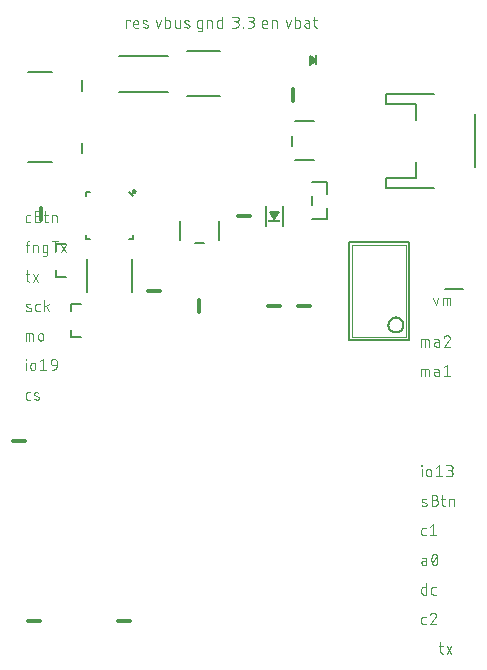
<source format=gto>
G75*
%MOIN*%
%OFA0B0*%
%FSLAX25Y25*%
%IPPOS*%
%LPD*%
%AMOC8*
5,1,8,0,0,1.08239X$1,22.5*
%
%ADD10C,0.00300*%
%ADD11C,0.01200*%
%ADD12R,0.00750X0.03500*%
%ADD13C,0.00600*%
%ADD14C,0.00800*%
%ADD15R,0.03937X0.00787*%
%ADD16C,0.00200*%
D10*
X0039699Y0091733D02*
X0040521Y0091733D01*
X0039699Y0091732D02*
X0039651Y0091734D01*
X0039602Y0091740D01*
X0039555Y0091749D01*
X0039508Y0091762D01*
X0039463Y0091779D01*
X0039419Y0091799D01*
X0039377Y0091823D01*
X0039336Y0091850D01*
X0039298Y0091880D01*
X0039263Y0091913D01*
X0039230Y0091948D01*
X0039200Y0091986D01*
X0039173Y0092027D01*
X0039149Y0092069D01*
X0039129Y0092113D01*
X0039112Y0092158D01*
X0039099Y0092205D01*
X0039090Y0092252D01*
X0039084Y0092301D01*
X0039082Y0092349D01*
X0039082Y0093583D01*
X0039084Y0093631D01*
X0039090Y0093680D01*
X0039099Y0093727D01*
X0039112Y0093774D01*
X0039129Y0093819D01*
X0039149Y0093863D01*
X0039173Y0093905D01*
X0039200Y0093946D01*
X0039230Y0093984D01*
X0039263Y0094019D01*
X0039298Y0094052D01*
X0039336Y0094082D01*
X0039377Y0094109D01*
X0039419Y0094133D01*
X0039463Y0094153D01*
X0039508Y0094170D01*
X0039555Y0094183D01*
X0039602Y0094192D01*
X0039651Y0094198D01*
X0039699Y0094200D01*
X0039699Y0094199D02*
X0040521Y0094199D01*
X0042353Y0094199D02*
X0042308Y0094198D01*
X0042263Y0094193D01*
X0042219Y0094184D01*
X0042176Y0094172D01*
X0042134Y0094156D01*
X0042094Y0094136D01*
X0042055Y0094113D01*
X0042019Y0094088D01*
X0041985Y0094059D01*
X0041953Y0094027D01*
X0041924Y0093993D01*
X0041898Y0093956D01*
X0041875Y0093918D01*
X0041856Y0093877D01*
X0041840Y0093835D01*
X0041827Y0093792D01*
X0041818Y0093748D01*
X0041813Y0093704D01*
X0041812Y0093659D01*
X0041815Y0093614D01*
X0041821Y0093570D01*
X0041831Y0093526D01*
X0041844Y0093484D01*
X0041861Y0093442D01*
X0041882Y0093402D01*
X0041906Y0093364D01*
X0041932Y0093329D01*
X0041962Y0093295D01*
X0041995Y0093264D01*
X0042030Y0093236D01*
X0042067Y0093211D01*
X0042106Y0093190D01*
X0042147Y0093171D01*
X0042147Y0093172D02*
X0043174Y0092760D01*
X0043174Y0092761D02*
X0043215Y0092742D01*
X0043254Y0092721D01*
X0043291Y0092696D01*
X0043326Y0092668D01*
X0043359Y0092637D01*
X0043389Y0092603D01*
X0043415Y0092568D01*
X0043439Y0092530D01*
X0043460Y0092490D01*
X0043477Y0092448D01*
X0043490Y0092406D01*
X0043500Y0092362D01*
X0043506Y0092318D01*
X0043509Y0092273D01*
X0043508Y0092228D01*
X0043503Y0092184D01*
X0043494Y0092140D01*
X0043481Y0092097D01*
X0043465Y0092055D01*
X0043446Y0092014D01*
X0043423Y0091976D01*
X0043397Y0091939D01*
X0043368Y0091905D01*
X0043336Y0091873D01*
X0043302Y0091844D01*
X0043266Y0091819D01*
X0043227Y0091796D01*
X0043187Y0091776D01*
X0043145Y0091760D01*
X0043102Y0091748D01*
X0043058Y0091739D01*
X0043013Y0091734D01*
X0042968Y0091733D01*
X0043277Y0093993D02*
X0043189Y0094031D01*
X0043100Y0094064D01*
X0043010Y0094094D01*
X0042918Y0094121D01*
X0042825Y0094143D01*
X0042732Y0094162D01*
X0042638Y0094177D01*
X0042543Y0094188D01*
X0042448Y0094195D01*
X0042352Y0094199D01*
X0041839Y0091938D02*
X0041948Y0091901D01*
X0042058Y0091867D01*
X0042170Y0091837D01*
X0042282Y0091811D01*
X0042395Y0091788D01*
X0042509Y0091769D01*
X0042624Y0091754D01*
X0042739Y0091743D01*
X0042854Y0091736D01*
X0042969Y0091732D01*
X0043797Y0101575D02*
X0045853Y0101575D01*
X0044825Y0101575D02*
X0044825Y0105275D01*
X0043797Y0104453D01*
X0042287Y0103220D02*
X0042287Y0102397D01*
X0042285Y0102341D01*
X0042279Y0102285D01*
X0042270Y0102230D01*
X0042257Y0102175D01*
X0042240Y0102122D01*
X0042219Y0102070D01*
X0042195Y0102019D01*
X0042167Y0101970D01*
X0042137Y0101923D01*
X0042103Y0101878D01*
X0042066Y0101836D01*
X0042026Y0101796D01*
X0041984Y0101759D01*
X0041939Y0101725D01*
X0041892Y0101695D01*
X0041843Y0101667D01*
X0041792Y0101643D01*
X0041740Y0101622D01*
X0041687Y0101605D01*
X0041632Y0101592D01*
X0041577Y0101583D01*
X0041521Y0101577D01*
X0041465Y0101575D01*
X0041409Y0101577D01*
X0041353Y0101583D01*
X0041298Y0101592D01*
X0041243Y0101605D01*
X0041190Y0101622D01*
X0041138Y0101643D01*
X0041087Y0101667D01*
X0041038Y0101695D01*
X0040991Y0101725D01*
X0040946Y0101759D01*
X0040904Y0101796D01*
X0040864Y0101836D01*
X0040827Y0101878D01*
X0040793Y0101923D01*
X0040763Y0101970D01*
X0040735Y0102019D01*
X0040711Y0102070D01*
X0040690Y0102122D01*
X0040673Y0102175D01*
X0040660Y0102230D01*
X0040651Y0102285D01*
X0040645Y0102341D01*
X0040643Y0102397D01*
X0040643Y0103220D01*
X0040645Y0103276D01*
X0040651Y0103332D01*
X0040660Y0103387D01*
X0040673Y0103442D01*
X0040690Y0103495D01*
X0040711Y0103547D01*
X0040735Y0103598D01*
X0040763Y0103647D01*
X0040793Y0103694D01*
X0040827Y0103739D01*
X0040864Y0103781D01*
X0040904Y0103821D01*
X0040946Y0103858D01*
X0040991Y0103892D01*
X0041038Y0103922D01*
X0041087Y0103950D01*
X0041138Y0103974D01*
X0041190Y0103995D01*
X0041243Y0104012D01*
X0041298Y0104025D01*
X0041353Y0104034D01*
X0041409Y0104040D01*
X0041465Y0104042D01*
X0041521Y0104040D01*
X0041577Y0104034D01*
X0041632Y0104025D01*
X0041687Y0104012D01*
X0041740Y0103995D01*
X0041792Y0103974D01*
X0041843Y0103950D01*
X0041892Y0103922D01*
X0041939Y0103892D01*
X0041984Y0103858D01*
X0042026Y0103821D01*
X0042066Y0103781D01*
X0042103Y0103739D01*
X0042137Y0103694D01*
X0042167Y0103647D01*
X0042195Y0103598D01*
X0042219Y0103547D01*
X0042240Y0103495D01*
X0042257Y0103442D01*
X0042270Y0103387D01*
X0042279Y0103332D01*
X0042285Y0103276D01*
X0042287Y0103220D01*
X0039185Y0104042D02*
X0039185Y0101575D01*
X0039288Y0105070D02*
X0039082Y0105070D01*
X0039082Y0105275D01*
X0039288Y0105275D01*
X0039288Y0105070D01*
X0039082Y0111418D02*
X0039082Y0113884D01*
X0040932Y0113884D01*
X0040932Y0113885D02*
X0040980Y0113883D01*
X0041029Y0113877D01*
X0041076Y0113868D01*
X0041123Y0113855D01*
X0041168Y0113838D01*
X0041212Y0113818D01*
X0041254Y0113794D01*
X0041295Y0113767D01*
X0041333Y0113737D01*
X0041368Y0113704D01*
X0041401Y0113669D01*
X0041431Y0113631D01*
X0041458Y0113590D01*
X0041482Y0113548D01*
X0041502Y0113504D01*
X0041519Y0113459D01*
X0041532Y0113412D01*
X0041541Y0113365D01*
X0041547Y0113316D01*
X0041549Y0113268D01*
X0041549Y0111418D01*
X0040316Y0111418D02*
X0040316Y0113884D01*
X0043213Y0113062D02*
X0043213Y0112240D01*
X0043214Y0112240D02*
X0043216Y0112184D01*
X0043222Y0112128D01*
X0043231Y0112073D01*
X0043244Y0112018D01*
X0043261Y0111965D01*
X0043282Y0111913D01*
X0043306Y0111862D01*
X0043334Y0111813D01*
X0043364Y0111766D01*
X0043398Y0111721D01*
X0043435Y0111679D01*
X0043475Y0111639D01*
X0043517Y0111602D01*
X0043562Y0111568D01*
X0043609Y0111538D01*
X0043658Y0111510D01*
X0043709Y0111486D01*
X0043761Y0111465D01*
X0043814Y0111448D01*
X0043869Y0111435D01*
X0043924Y0111426D01*
X0043980Y0111420D01*
X0044036Y0111418D01*
X0044092Y0111420D01*
X0044148Y0111426D01*
X0044203Y0111435D01*
X0044258Y0111448D01*
X0044311Y0111465D01*
X0044363Y0111486D01*
X0044414Y0111510D01*
X0044463Y0111538D01*
X0044510Y0111568D01*
X0044555Y0111602D01*
X0044597Y0111639D01*
X0044637Y0111679D01*
X0044674Y0111721D01*
X0044708Y0111766D01*
X0044738Y0111813D01*
X0044766Y0111862D01*
X0044790Y0111913D01*
X0044811Y0111965D01*
X0044828Y0112018D01*
X0044841Y0112073D01*
X0044850Y0112128D01*
X0044856Y0112184D01*
X0044858Y0112240D01*
X0044858Y0113062D01*
X0044856Y0113118D01*
X0044850Y0113174D01*
X0044841Y0113229D01*
X0044828Y0113284D01*
X0044811Y0113337D01*
X0044790Y0113389D01*
X0044766Y0113440D01*
X0044738Y0113489D01*
X0044708Y0113536D01*
X0044674Y0113581D01*
X0044637Y0113623D01*
X0044597Y0113663D01*
X0044555Y0113700D01*
X0044510Y0113734D01*
X0044463Y0113764D01*
X0044414Y0113792D01*
X0044363Y0113816D01*
X0044311Y0113837D01*
X0044258Y0113854D01*
X0044203Y0113867D01*
X0044148Y0113876D01*
X0044092Y0113882D01*
X0044036Y0113884D01*
X0043980Y0113882D01*
X0043924Y0113876D01*
X0043869Y0113867D01*
X0043814Y0113854D01*
X0043761Y0113837D01*
X0043709Y0113816D01*
X0043658Y0113792D01*
X0043609Y0113764D01*
X0043562Y0113734D01*
X0043517Y0113700D01*
X0043475Y0113663D01*
X0043435Y0113623D01*
X0043398Y0113581D01*
X0043364Y0113536D01*
X0043334Y0113489D01*
X0043306Y0113440D01*
X0043282Y0113389D01*
X0043261Y0113337D01*
X0043244Y0113284D01*
X0043231Y0113229D01*
X0043222Y0113174D01*
X0043216Y0113118D01*
X0043214Y0113062D01*
X0042926Y0121260D02*
X0043748Y0121260D01*
X0042926Y0121260D02*
X0042878Y0121262D01*
X0042829Y0121268D01*
X0042782Y0121277D01*
X0042735Y0121290D01*
X0042690Y0121307D01*
X0042646Y0121327D01*
X0042604Y0121351D01*
X0042563Y0121378D01*
X0042525Y0121408D01*
X0042490Y0121441D01*
X0042457Y0121476D01*
X0042427Y0121514D01*
X0042400Y0121555D01*
X0042376Y0121597D01*
X0042356Y0121641D01*
X0042339Y0121686D01*
X0042326Y0121733D01*
X0042317Y0121780D01*
X0042311Y0121829D01*
X0042309Y0121877D01*
X0042309Y0123110D01*
X0042311Y0123158D01*
X0042317Y0123207D01*
X0042326Y0123254D01*
X0042339Y0123301D01*
X0042356Y0123346D01*
X0042376Y0123390D01*
X0042400Y0123432D01*
X0042427Y0123473D01*
X0042457Y0123511D01*
X0042490Y0123546D01*
X0042525Y0123579D01*
X0042563Y0123609D01*
X0042604Y0123636D01*
X0042646Y0123660D01*
X0042690Y0123680D01*
X0042735Y0123697D01*
X0042782Y0123710D01*
X0042829Y0123719D01*
X0042878Y0123725D01*
X0042926Y0123727D01*
X0043748Y0123727D01*
X0045226Y0124960D02*
X0045226Y0121260D01*
X0045226Y0122494D02*
X0046871Y0123727D01*
X0045946Y0123007D02*
X0046871Y0121260D01*
X0040521Y0122288D02*
X0039493Y0122699D01*
X0039452Y0122718D01*
X0039413Y0122739D01*
X0039376Y0122764D01*
X0039341Y0122792D01*
X0039308Y0122823D01*
X0039278Y0122857D01*
X0039252Y0122892D01*
X0039228Y0122930D01*
X0039207Y0122970D01*
X0039190Y0123012D01*
X0039177Y0123054D01*
X0039167Y0123098D01*
X0039161Y0123142D01*
X0039158Y0123187D01*
X0039159Y0123232D01*
X0039164Y0123276D01*
X0039173Y0123320D01*
X0039186Y0123363D01*
X0039202Y0123405D01*
X0039221Y0123446D01*
X0039244Y0123484D01*
X0039270Y0123521D01*
X0039299Y0123555D01*
X0039331Y0123587D01*
X0039365Y0123616D01*
X0039401Y0123641D01*
X0039440Y0123664D01*
X0039480Y0123684D01*
X0039522Y0123700D01*
X0039565Y0123712D01*
X0039609Y0123721D01*
X0039654Y0123726D01*
X0039699Y0123727D01*
X0039185Y0121466D02*
X0039294Y0121429D01*
X0039404Y0121395D01*
X0039516Y0121365D01*
X0039628Y0121339D01*
X0039741Y0121316D01*
X0039855Y0121297D01*
X0039970Y0121282D01*
X0040085Y0121271D01*
X0040200Y0121264D01*
X0040315Y0121260D01*
X0040360Y0121261D01*
X0040405Y0121266D01*
X0040449Y0121275D01*
X0040492Y0121287D01*
X0040534Y0121303D01*
X0040574Y0121323D01*
X0040613Y0121346D01*
X0040649Y0121371D01*
X0040683Y0121400D01*
X0040715Y0121432D01*
X0040744Y0121466D01*
X0040770Y0121503D01*
X0040793Y0121541D01*
X0040812Y0121582D01*
X0040828Y0121624D01*
X0040841Y0121667D01*
X0040850Y0121711D01*
X0040855Y0121755D01*
X0040856Y0121800D01*
X0040853Y0121845D01*
X0040847Y0121889D01*
X0040837Y0121933D01*
X0040824Y0121975D01*
X0040807Y0122017D01*
X0040786Y0122057D01*
X0040762Y0122095D01*
X0040736Y0122130D01*
X0040706Y0122164D01*
X0040673Y0122195D01*
X0040638Y0122223D01*
X0040601Y0122248D01*
X0040562Y0122269D01*
X0040521Y0122288D01*
X0040624Y0123521D02*
X0040536Y0123559D01*
X0040447Y0123592D01*
X0040357Y0123622D01*
X0040265Y0123649D01*
X0040172Y0123671D01*
X0040079Y0123690D01*
X0039985Y0123705D01*
X0039890Y0123716D01*
X0039795Y0123723D01*
X0039699Y0123727D01*
X0040110Y0131103D02*
X0040316Y0131103D01*
X0040110Y0131102D02*
X0040062Y0131104D01*
X0040013Y0131110D01*
X0039966Y0131119D01*
X0039919Y0131132D01*
X0039874Y0131149D01*
X0039830Y0131169D01*
X0039788Y0131193D01*
X0039747Y0131220D01*
X0039709Y0131250D01*
X0039674Y0131283D01*
X0039641Y0131318D01*
X0039611Y0131356D01*
X0039584Y0131397D01*
X0039560Y0131439D01*
X0039540Y0131483D01*
X0039523Y0131528D01*
X0039510Y0131575D01*
X0039501Y0131622D01*
X0039495Y0131671D01*
X0039493Y0131719D01*
X0039493Y0134803D01*
X0039082Y0133569D02*
X0040316Y0133569D01*
X0041545Y0133569D02*
X0043189Y0131103D01*
X0041545Y0131103D02*
X0043189Y0133569D01*
X0044882Y0139712D02*
X0045705Y0139712D01*
X0045753Y0139714D01*
X0045802Y0139720D01*
X0045849Y0139729D01*
X0045896Y0139742D01*
X0045941Y0139759D01*
X0045985Y0139779D01*
X0046027Y0139803D01*
X0046068Y0139830D01*
X0046106Y0139860D01*
X0046141Y0139893D01*
X0046174Y0139928D01*
X0046204Y0139966D01*
X0046231Y0140007D01*
X0046255Y0140049D01*
X0046275Y0140093D01*
X0046292Y0140138D01*
X0046305Y0140185D01*
X0046314Y0140232D01*
X0046320Y0140281D01*
X0046322Y0140329D01*
X0046321Y0140329D02*
X0046321Y0143412D01*
X0045293Y0143412D01*
X0045245Y0143410D01*
X0045196Y0143404D01*
X0045149Y0143395D01*
X0045102Y0143382D01*
X0045057Y0143365D01*
X0045013Y0143345D01*
X0044971Y0143321D01*
X0044930Y0143294D01*
X0044892Y0143264D01*
X0044857Y0143231D01*
X0044824Y0143196D01*
X0044794Y0143158D01*
X0044767Y0143117D01*
X0044743Y0143075D01*
X0044723Y0143031D01*
X0044706Y0142986D01*
X0044693Y0142939D01*
X0044684Y0142892D01*
X0044678Y0142843D01*
X0044676Y0142795D01*
X0044677Y0142795D02*
X0044677Y0141562D01*
X0044676Y0141562D02*
X0044678Y0141514D01*
X0044684Y0141465D01*
X0044693Y0141418D01*
X0044706Y0141371D01*
X0044723Y0141326D01*
X0044743Y0141282D01*
X0044767Y0141240D01*
X0044794Y0141199D01*
X0044824Y0141161D01*
X0044857Y0141126D01*
X0044892Y0141093D01*
X0044930Y0141063D01*
X0044971Y0141036D01*
X0045013Y0141012D01*
X0045057Y0140992D01*
X0045102Y0140975D01*
X0045149Y0140962D01*
X0045196Y0140953D01*
X0045245Y0140947D01*
X0045293Y0140945D01*
X0046321Y0140945D01*
X0048757Y0140945D02*
X0048757Y0144645D01*
X0047729Y0144645D02*
X0049785Y0144645D01*
X0050935Y0143412D02*
X0052579Y0140945D01*
X0050935Y0140945D02*
X0052579Y0143412D01*
X0049483Y0150788D02*
X0049483Y0152638D01*
X0049481Y0152686D01*
X0049475Y0152735D01*
X0049466Y0152782D01*
X0049453Y0152829D01*
X0049436Y0152874D01*
X0049416Y0152918D01*
X0049392Y0152960D01*
X0049365Y0153001D01*
X0049335Y0153039D01*
X0049302Y0153074D01*
X0049267Y0153107D01*
X0049229Y0153137D01*
X0049188Y0153164D01*
X0049146Y0153188D01*
X0049102Y0153208D01*
X0049057Y0153225D01*
X0049010Y0153238D01*
X0048963Y0153247D01*
X0048914Y0153253D01*
X0048866Y0153255D01*
X0048866Y0153254D02*
X0047838Y0153254D01*
X0047838Y0150788D01*
X0046369Y0150788D02*
X0046163Y0150788D01*
X0046163Y0150787D02*
X0046115Y0150789D01*
X0046066Y0150795D01*
X0046019Y0150804D01*
X0045972Y0150817D01*
X0045927Y0150834D01*
X0045883Y0150854D01*
X0045841Y0150878D01*
X0045800Y0150905D01*
X0045762Y0150935D01*
X0045727Y0150968D01*
X0045694Y0151003D01*
X0045664Y0151041D01*
X0045637Y0151082D01*
X0045613Y0151124D01*
X0045593Y0151168D01*
X0045576Y0151213D01*
X0045563Y0151260D01*
X0045554Y0151307D01*
X0045548Y0151356D01*
X0045546Y0151404D01*
X0045547Y0151404D02*
X0045547Y0154488D01*
X0045136Y0153254D02*
X0046369Y0153254D01*
X0043072Y0152843D02*
X0042044Y0152843D01*
X0043072Y0152844D02*
X0043128Y0152846D01*
X0043184Y0152852D01*
X0043239Y0152861D01*
X0043294Y0152874D01*
X0043347Y0152891D01*
X0043399Y0152912D01*
X0043450Y0152936D01*
X0043499Y0152964D01*
X0043546Y0152994D01*
X0043591Y0153028D01*
X0043633Y0153065D01*
X0043673Y0153105D01*
X0043710Y0153147D01*
X0043744Y0153192D01*
X0043774Y0153239D01*
X0043802Y0153288D01*
X0043826Y0153339D01*
X0043847Y0153391D01*
X0043864Y0153444D01*
X0043877Y0153499D01*
X0043886Y0153554D01*
X0043892Y0153610D01*
X0043894Y0153666D01*
X0043892Y0153722D01*
X0043886Y0153778D01*
X0043877Y0153833D01*
X0043864Y0153888D01*
X0043847Y0153941D01*
X0043826Y0153993D01*
X0043802Y0154044D01*
X0043774Y0154093D01*
X0043744Y0154140D01*
X0043710Y0154185D01*
X0043673Y0154227D01*
X0043633Y0154267D01*
X0043591Y0154304D01*
X0043546Y0154338D01*
X0043499Y0154368D01*
X0043450Y0154396D01*
X0043399Y0154420D01*
X0043347Y0154441D01*
X0043294Y0154458D01*
X0043239Y0154471D01*
X0043184Y0154480D01*
X0043128Y0154486D01*
X0043072Y0154488D01*
X0042044Y0154488D01*
X0042044Y0150788D01*
X0043072Y0150788D01*
X0043135Y0150790D01*
X0043198Y0150796D01*
X0043261Y0150806D01*
X0043323Y0150819D01*
X0043384Y0150836D01*
X0043443Y0150857D01*
X0043502Y0150882D01*
X0043558Y0150910D01*
X0043613Y0150942D01*
X0043666Y0150977D01*
X0043716Y0151015D01*
X0043765Y0151056D01*
X0043810Y0151100D01*
X0043853Y0151147D01*
X0043892Y0151196D01*
X0043929Y0151248D01*
X0043962Y0151302D01*
X0043992Y0151358D01*
X0044019Y0151415D01*
X0044042Y0151474D01*
X0044061Y0151535D01*
X0044076Y0151596D01*
X0044088Y0151658D01*
X0044096Y0151721D01*
X0044100Y0151784D01*
X0044100Y0151848D01*
X0044096Y0151911D01*
X0044088Y0151974D01*
X0044076Y0152036D01*
X0044061Y0152097D01*
X0044042Y0152158D01*
X0044019Y0152217D01*
X0043992Y0152274D01*
X0043962Y0152330D01*
X0043929Y0152384D01*
X0043892Y0152436D01*
X0043853Y0152485D01*
X0043810Y0152532D01*
X0043765Y0152576D01*
X0043716Y0152617D01*
X0043666Y0152655D01*
X0043613Y0152690D01*
X0043558Y0152722D01*
X0043502Y0152750D01*
X0043443Y0152775D01*
X0043384Y0152796D01*
X0043323Y0152813D01*
X0043261Y0152826D01*
X0043198Y0152836D01*
X0043135Y0152842D01*
X0043072Y0152844D01*
X0040521Y0153254D02*
X0039699Y0153254D01*
X0039699Y0153255D02*
X0039651Y0153253D01*
X0039602Y0153247D01*
X0039555Y0153238D01*
X0039508Y0153225D01*
X0039463Y0153208D01*
X0039419Y0153188D01*
X0039377Y0153164D01*
X0039336Y0153137D01*
X0039298Y0153107D01*
X0039263Y0153074D01*
X0039230Y0153039D01*
X0039200Y0153001D01*
X0039173Y0152960D01*
X0039149Y0152918D01*
X0039129Y0152874D01*
X0039112Y0152829D01*
X0039099Y0152782D01*
X0039090Y0152735D01*
X0039084Y0152686D01*
X0039082Y0152638D01*
X0039082Y0151404D01*
X0039084Y0151356D01*
X0039090Y0151307D01*
X0039099Y0151260D01*
X0039112Y0151213D01*
X0039129Y0151168D01*
X0039149Y0151124D01*
X0039173Y0151082D01*
X0039200Y0151041D01*
X0039230Y0151003D01*
X0039263Y0150968D01*
X0039298Y0150935D01*
X0039336Y0150905D01*
X0039377Y0150878D01*
X0039419Y0150854D01*
X0039463Y0150834D01*
X0039508Y0150817D01*
X0039555Y0150804D01*
X0039602Y0150795D01*
X0039651Y0150789D01*
X0039699Y0150787D01*
X0039699Y0150788D02*
X0040521Y0150788D01*
X0040316Y0144645D02*
X0040110Y0144645D01*
X0040110Y0144646D02*
X0040062Y0144644D01*
X0040013Y0144638D01*
X0039966Y0144629D01*
X0039919Y0144616D01*
X0039874Y0144599D01*
X0039830Y0144579D01*
X0039788Y0144555D01*
X0039747Y0144528D01*
X0039709Y0144498D01*
X0039674Y0144465D01*
X0039641Y0144430D01*
X0039611Y0144392D01*
X0039584Y0144351D01*
X0039560Y0144309D01*
X0039540Y0144265D01*
X0039523Y0144220D01*
X0039510Y0144173D01*
X0039501Y0144126D01*
X0039495Y0144077D01*
X0039493Y0144029D01*
X0039493Y0140945D01*
X0041455Y0140945D02*
X0041455Y0143412D01*
X0042483Y0143412D01*
X0042531Y0143410D01*
X0042580Y0143404D01*
X0042627Y0143395D01*
X0042674Y0143382D01*
X0042719Y0143365D01*
X0042763Y0143345D01*
X0042805Y0143321D01*
X0042846Y0143294D01*
X0042884Y0143264D01*
X0042919Y0143231D01*
X0042952Y0143196D01*
X0042982Y0143158D01*
X0043009Y0143117D01*
X0043033Y0143075D01*
X0043053Y0143031D01*
X0043070Y0142986D01*
X0043083Y0142939D01*
X0043092Y0142892D01*
X0043098Y0142843D01*
X0043100Y0142795D01*
X0043099Y0142795D02*
X0043099Y0140945D01*
X0040316Y0143412D02*
X0039082Y0143412D01*
X0047397Y0104247D02*
X0047397Y0104042D01*
X0047398Y0104042D02*
X0047400Y0103986D01*
X0047406Y0103930D01*
X0047415Y0103875D01*
X0047428Y0103820D01*
X0047445Y0103767D01*
X0047466Y0103715D01*
X0047490Y0103664D01*
X0047518Y0103615D01*
X0047548Y0103568D01*
X0047582Y0103523D01*
X0047619Y0103481D01*
X0047659Y0103441D01*
X0047701Y0103404D01*
X0047746Y0103370D01*
X0047793Y0103340D01*
X0047842Y0103312D01*
X0047893Y0103288D01*
X0047945Y0103267D01*
X0047998Y0103250D01*
X0048053Y0103237D01*
X0048108Y0103228D01*
X0048164Y0103222D01*
X0048220Y0103220D01*
X0049453Y0103220D01*
X0049453Y0104247D01*
X0049451Y0104310D01*
X0049445Y0104373D01*
X0049435Y0104436D01*
X0049422Y0104498D01*
X0049405Y0104559D01*
X0049384Y0104618D01*
X0049359Y0104677D01*
X0049331Y0104733D01*
X0049299Y0104788D01*
X0049264Y0104841D01*
X0049226Y0104891D01*
X0049185Y0104940D01*
X0049141Y0104985D01*
X0049094Y0105028D01*
X0049045Y0105067D01*
X0048993Y0105104D01*
X0048939Y0105137D01*
X0048883Y0105167D01*
X0048826Y0105194D01*
X0048767Y0105217D01*
X0048706Y0105236D01*
X0048645Y0105251D01*
X0048583Y0105263D01*
X0048520Y0105271D01*
X0048457Y0105275D01*
X0048393Y0105275D01*
X0048330Y0105271D01*
X0048267Y0105263D01*
X0048205Y0105251D01*
X0048144Y0105236D01*
X0048083Y0105217D01*
X0048024Y0105194D01*
X0047967Y0105167D01*
X0047911Y0105137D01*
X0047857Y0105104D01*
X0047805Y0105067D01*
X0047756Y0105028D01*
X0047709Y0104985D01*
X0047665Y0104940D01*
X0047624Y0104891D01*
X0047586Y0104841D01*
X0047551Y0104788D01*
X0047519Y0104733D01*
X0047491Y0104677D01*
X0047466Y0104618D01*
X0047445Y0104559D01*
X0047428Y0104498D01*
X0047415Y0104436D01*
X0047405Y0104373D01*
X0047399Y0104310D01*
X0047397Y0104247D01*
X0049452Y0103220D02*
X0049450Y0103142D01*
X0049445Y0103064D01*
X0049435Y0102986D01*
X0049422Y0102909D01*
X0049406Y0102832D01*
X0049385Y0102757D01*
X0049362Y0102682D01*
X0049334Y0102609D01*
X0049303Y0102537D01*
X0049269Y0102467D01*
X0049232Y0102398D01*
X0049191Y0102331D01*
X0049147Y0102266D01*
X0049100Y0102204D01*
X0049050Y0102143D01*
X0048998Y0102086D01*
X0048942Y0102030D01*
X0048885Y0101978D01*
X0048824Y0101928D01*
X0048762Y0101881D01*
X0048697Y0101837D01*
X0048630Y0101796D01*
X0048561Y0101759D01*
X0048491Y0101725D01*
X0048419Y0101694D01*
X0048346Y0101666D01*
X0048271Y0101643D01*
X0048196Y0101622D01*
X0048119Y0101606D01*
X0048042Y0101593D01*
X0047964Y0101583D01*
X0047886Y0101578D01*
X0047808Y0101576D01*
X0072547Y0215748D02*
X0072547Y0218215D01*
X0073780Y0218215D01*
X0073780Y0217804D01*
X0074927Y0217393D02*
X0074927Y0216365D01*
X0074926Y0216365D02*
X0074928Y0216317D01*
X0074934Y0216268D01*
X0074943Y0216221D01*
X0074956Y0216174D01*
X0074973Y0216129D01*
X0074993Y0216085D01*
X0075017Y0216043D01*
X0075044Y0216002D01*
X0075074Y0215964D01*
X0075107Y0215929D01*
X0075142Y0215896D01*
X0075180Y0215866D01*
X0075221Y0215839D01*
X0075263Y0215815D01*
X0075307Y0215795D01*
X0075352Y0215778D01*
X0075399Y0215765D01*
X0075446Y0215756D01*
X0075495Y0215750D01*
X0075543Y0215748D01*
X0076571Y0215748D01*
X0076571Y0216982D02*
X0074927Y0216982D01*
X0074927Y0217393D02*
X0074929Y0217449D01*
X0074935Y0217505D01*
X0074944Y0217560D01*
X0074957Y0217615D01*
X0074974Y0217668D01*
X0074995Y0217720D01*
X0075019Y0217771D01*
X0075047Y0217820D01*
X0075077Y0217867D01*
X0075111Y0217912D01*
X0075148Y0217954D01*
X0075188Y0217994D01*
X0075230Y0218031D01*
X0075275Y0218065D01*
X0075322Y0218095D01*
X0075371Y0218123D01*
X0075422Y0218147D01*
X0075474Y0218168D01*
X0075527Y0218185D01*
X0075582Y0218198D01*
X0075637Y0218207D01*
X0075693Y0218213D01*
X0075749Y0218215D01*
X0075805Y0218213D01*
X0075861Y0218207D01*
X0075916Y0218198D01*
X0075971Y0218185D01*
X0076024Y0218168D01*
X0076076Y0218147D01*
X0076127Y0218123D01*
X0076176Y0218095D01*
X0076223Y0218065D01*
X0076268Y0218031D01*
X0076310Y0217994D01*
X0076350Y0217954D01*
X0076387Y0217912D01*
X0076421Y0217867D01*
X0076451Y0217820D01*
X0076479Y0217771D01*
X0076503Y0217720D01*
X0076524Y0217668D01*
X0076541Y0217615D01*
X0076554Y0217560D01*
X0076563Y0217505D01*
X0076569Y0217449D01*
X0076571Y0217393D01*
X0076571Y0216982D01*
X0078355Y0217187D02*
X0079383Y0216776D01*
X0079424Y0216757D01*
X0079463Y0216736D01*
X0079500Y0216711D01*
X0079535Y0216683D01*
X0079568Y0216652D01*
X0079598Y0216618D01*
X0079624Y0216583D01*
X0079648Y0216545D01*
X0079669Y0216505D01*
X0079686Y0216463D01*
X0079699Y0216421D01*
X0079709Y0216377D01*
X0079715Y0216333D01*
X0079718Y0216288D01*
X0079717Y0216243D01*
X0079712Y0216199D01*
X0079703Y0216155D01*
X0079690Y0216112D01*
X0079674Y0216070D01*
X0079655Y0216029D01*
X0079632Y0215991D01*
X0079606Y0215954D01*
X0079577Y0215920D01*
X0079545Y0215888D01*
X0079511Y0215859D01*
X0079475Y0215834D01*
X0079436Y0215811D01*
X0079396Y0215791D01*
X0079354Y0215775D01*
X0079311Y0215763D01*
X0079267Y0215754D01*
X0079222Y0215749D01*
X0079177Y0215748D01*
X0079485Y0218009D02*
X0079397Y0218047D01*
X0079308Y0218080D01*
X0079218Y0218110D01*
X0079126Y0218137D01*
X0079033Y0218159D01*
X0078940Y0218178D01*
X0078846Y0218193D01*
X0078751Y0218204D01*
X0078656Y0218211D01*
X0078560Y0218215D01*
X0078561Y0218215D02*
X0078516Y0218214D01*
X0078471Y0218209D01*
X0078427Y0218200D01*
X0078384Y0218188D01*
X0078342Y0218172D01*
X0078302Y0218152D01*
X0078263Y0218129D01*
X0078227Y0218104D01*
X0078193Y0218075D01*
X0078161Y0218043D01*
X0078132Y0218009D01*
X0078106Y0217972D01*
X0078083Y0217934D01*
X0078064Y0217893D01*
X0078048Y0217851D01*
X0078035Y0217808D01*
X0078026Y0217764D01*
X0078021Y0217720D01*
X0078020Y0217675D01*
X0078023Y0217630D01*
X0078029Y0217586D01*
X0078039Y0217542D01*
X0078052Y0217500D01*
X0078069Y0217458D01*
X0078090Y0217418D01*
X0078114Y0217380D01*
X0078140Y0217345D01*
X0078170Y0217311D01*
X0078203Y0217280D01*
X0078238Y0217252D01*
X0078275Y0217227D01*
X0078314Y0217206D01*
X0078355Y0217187D01*
X0078047Y0215954D02*
X0078156Y0215917D01*
X0078266Y0215883D01*
X0078378Y0215853D01*
X0078490Y0215827D01*
X0078603Y0215804D01*
X0078717Y0215785D01*
X0078832Y0215770D01*
X0078947Y0215759D01*
X0079062Y0215752D01*
X0079177Y0215748D01*
X0083212Y0215748D02*
X0084034Y0218215D01*
X0085527Y0218215D02*
X0086555Y0218215D01*
X0086603Y0218213D01*
X0086652Y0218207D01*
X0086699Y0218198D01*
X0086746Y0218185D01*
X0086791Y0218168D01*
X0086835Y0218148D01*
X0086877Y0218124D01*
X0086918Y0218097D01*
X0086956Y0218067D01*
X0086991Y0218034D01*
X0087024Y0217999D01*
X0087054Y0217961D01*
X0087081Y0217920D01*
X0087105Y0217878D01*
X0087125Y0217834D01*
X0087142Y0217789D01*
X0087155Y0217742D01*
X0087164Y0217695D01*
X0087170Y0217646D01*
X0087172Y0217598D01*
X0087172Y0216365D01*
X0087170Y0216317D01*
X0087164Y0216268D01*
X0087155Y0216221D01*
X0087142Y0216174D01*
X0087125Y0216129D01*
X0087105Y0216085D01*
X0087081Y0216043D01*
X0087054Y0216002D01*
X0087024Y0215964D01*
X0086991Y0215929D01*
X0086956Y0215896D01*
X0086918Y0215866D01*
X0086877Y0215839D01*
X0086835Y0215815D01*
X0086791Y0215795D01*
X0086746Y0215778D01*
X0086699Y0215765D01*
X0086652Y0215756D01*
X0086603Y0215750D01*
X0086555Y0215748D01*
X0085527Y0215748D01*
X0085527Y0219448D01*
X0082389Y0218215D02*
X0083212Y0215748D01*
X0088749Y0216365D02*
X0088749Y0218215D01*
X0090394Y0218215D02*
X0090394Y0215748D01*
X0089366Y0215748D01*
X0089318Y0215750D01*
X0089269Y0215756D01*
X0089222Y0215765D01*
X0089175Y0215778D01*
X0089130Y0215795D01*
X0089086Y0215815D01*
X0089044Y0215839D01*
X0089003Y0215866D01*
X0088965Y0215896D01*
X0088930Y0215929D01*
X0088897Y0215964D01*
X0088867Y0216002D01*
X0088840Y0216043D01*
X0088816Y0216085D01*
X0088796Y0216129D01*
X0088779Y0216174D01*
X0088766Y0216221D01*
X0088757Y0216268D01*
X0088751Y0216317D01*
X0088749Y0216365D01*
X0092298Y0217187D02*
X0093325Y0216776D01*
X0093326Y0216776D02*
X0093367Y0216757D01*
X0093406Y0216736D01*
X0093443Y0216711D01*
X0093478Y0216683D01*
X0093511Y0216652D01*
X0093541Y0216618D01*
X0093567Y0216583D01*
X0093591Y0216545D01*
X0093612Y0216505D01*
X0093629Y0216463D01*
X0093642Y0216421D01*
X0093652Y0216377D01*
X0093658Y0216333D01*
X0093661Y0216288D01*
X0093660Y0216243D01*
X0093655Y0216199D01*
X0093646Y0216155D01*
X0093633Y0216112D01*
X0093617Y0216070D01*
X0093598Y0216029D01*
X0093575Y0215991D01*
X0093549Y0215954D01*
X0093520Y0215920D01*
X0093488Y0215888D01*
X0093454Y0215859D01*
X0093418Y0215834D01*
X0093379Y0215811D01*
X0093339Y0215791D01*
X0093297Y0215775D01*
X0093254Y0215763D01*
X0093210Y0215754D01*
X0093165Y0215749D01*
X0093120Y0215748D01*
X0093428Y0218009D02*
X0093340Y0218047D01*
X0093251Y0218080D01*
X0093161Y0218110D01*
X0093069Y0218137D01*
X0092976Y0218159D01*
X0092883Y0218178D01*
X0092789Y0218193D01*
X0092694Y0218204D01*
X0092599Y0218211D01*
X0092503Y0218215D01*
X0092504Y0218215D02*
X0092459Y0218214D01*
X0092414Y0218209D01*
X0092370Y0218200D01*
X0092327Y0218188D01*
X0092285Y0218172D01*
X0092245Y0218152D01*
X0092206Y0218129D01*
X0092170Y0218104D01*
X0092136Y0218075D01*
X0092104Y0218043D01*
X0092075Y0218009D01*
X0092049Y0217972D01*
X0092026Y0217934D01*
X0092007Y0217893D01*
X0091991Y0217851D01*
X0091978Y0217808D01*
X0091969Y0217764D01*
X0091964Y0217720D01*
X0091963Y0217675D01*
X0091966Y0217630D01*
X0091972Y0217586D01*
X0091982Y0217542D01*
X0091995Y0217500D01*
X0092012Y0217458D01*
X0092033Y0217418D01*
X0092057Y0217380D01*
X0092083Y0217345D01*
X0092113Y0217311D01*
X0092146Y0217280D01*
X0092181Y0217252D01*
X0092218Y0217227D01*
X0092257Y0217206D01*
X0092298Y0217187D01*
X0091990Y0215954D02*
X0092099Y0215917D01*
X0092209Y0215883D01*
X0092321Y0215853D01*
X0092433Y0215827D01*
X0092546Y0215804D01*
X0092660Y0215785D01*
X0092775Y0215770D01*
X0092890Y0215759D01*
X0093005Y0215752D01*
X0093120Y0215748D01*
X0096169Y0216365D02*
X0096169Y0217598D01*
X0096171Y0217646D01*
X0096177Y0217695D01*
X0096186Y0217742D01*
X0096199Y0217789D01*
X0096216Y0217834D01*
X0096236Y0217878D01*
X0096260Y0217920D01*
X0096287Y0217961D01*
X0096317Y0217999D01*
X0096350Y0218034D01*
X0096385Y0218067D01*
X0096423Y0218097D01*
X0096464Y0218124D01*
X0096506Y0218148D01*
X0096550Y0218168D01*
X0096595Y0218185D01*
X0096642Y0218198D01*
X0096689Y0218207D01*
X0096738Y0218213D01*
X0096786Y0218215D01*
X0097813Y0218215D01*
X0097813Y0215132D01*
X0097814Y0215132D02*
X0097812Y0215084D01*
X0097806Y0215035D01*
X0097797Y0214988D01*
X0097784Y0214941D01*
X0097767Y0214896D01*
X0097747Y0214852D01*
X0097723Y0214810D01*
X0097696Y0214769D01*
X0097666Y0214731D01*
X0097633Y0214696D01*
X0097598Y0214663D01*
X0097560Y0214633D01*
X0097519Y0214606D01*
X0097477Y0214582D01*
X0097433Y0214562D01*
X0097388Y0214545D01*
X0097341Y0214532D01*
X0097294Y0214523D01*
X0097245Y0214517D01*
X0097197Y0214515D01*
X0096375Y0214515D01*
X0096786Y0215748D02*
X0097813Y0215748D01*
X0096786Y0215748D02*
X0096738Y0215750D01*
X0096689Y0215756D01*
X0096642Y0215765D01*
X0096595Y0215778D01*
X0096550Y0215795D01*
X0096506Y0215815D01*
X0096464Y0215839D01*
X0096423Y0215866D01*
X0096385Y0215896D01*
X0096350Y0215929D01*
X0096317Y0215964D01*
X0096287Y0216002D01*
X0096260Y0216043D01*
X0096236Y0216085D01*
X0096216Y0216129D01*
X0096199Y0216174D01*
X0096186Y0216221D01*
X0096177Y0216268D01*
X0096171Y0216317D01*
X0096169Y0216365D01*
X0099547Y0215748D02*
X0099547Y0218215D01*
X0100575Y0218215D01*
X0100623Y0218213D01*
X0100672Y0218207D01*
X0100719Y0218198D01*
X0100766Y0218185D01*
X0100811Y0218168D01*
X0100855Y0218148D01*
X0100897Y0218124D01*
X0100938Y0218097D01*
X0100976Y0218067D01*
X0101011Y0218034D01*
X0101044Y0217999D01*
X0101074Y0217961D01*
X0101101Y0217920D01*
X0101125Y0217878D01*
X0101145Y0217834D01*
X0101162Y0217789D01*
X0101175Y0217742D01*
X0101184Y0217695D01*
X0101190Y0217646D01*
X0101192Y0217598D01*
X0101191Y0217598D02*
X0101191Y0215748D01*
X0102769Y0216365D02*
X0102769Y0217598D01*
X0102771Y0217646D01*
X0102777Y0217695D01*
X0102786Y0217742D01*
X0102799Y0217789D01*
X0102816Y0217834D01*
X0102836Y0217878D01*
X0102860Y0217920D01*
X0102887Y0217961D01*
X0102917Y0217999D01*
X0102950Y0218034D01*
X0102985Y0218067D01*
X0103023Y0218097D01*
X0103064Y0218124D01*
X0103106Y0218148D01*
X0103150Y0218168D01*
X0103195Y0218185D01*
X0103242Y0218198D01*
X0103289Y0218207D01*
X0103338Y0218213D01*
X0103386Y0218215D01*
X0104413Y0218215D01*
X0104413Y0219448D02*
X0104413Y0215748D01*
X0103386Y0215748D01*
X0103338Y0215750D01*
X0103289Y0215756D01*
X0103242Y0215765D01*
X0103195Y0215778D01*
X0103150Y0215795D01*
X0103106Y0215815D01*
X0103064Y0215839D01*
X0103023Y0215866D01*
X0102985Y0215896D01*
X0102950Y0215929D01*
X0102917Y0215964D01*
X0102887Y0216002D01*
X0102860Y0216043D01*
X0102836Y0216085D01*
X0102816Y0216129D01*
X0102799Y0216174D01*
X0102786Y0216221D01*
X0102777Y0216268D01*
X0102771Y0216317D01*
X0102769Y0216365D01*
X0107980Y0215748D02*
X0109008Y0215748D01*
X0109071Y0215750D01*
X0109134Y0215756D01*
X0109197Y0215766D01*
X0109259Y0215779D01*
X0109320Y0215796D01*
X0109379Y0215817D01*
X0109438Y0215842D01*
X0109494Y0215870D01*
X0109549Y0215902D01*
X0109602Y0215937D01*
X0109652Y0215975D01*
X0109701Y0216016D01*
X0109746Y0216060D01*
X0109789Y0216107D01*
X0109828Y0216156D01*
X0109865Y0216208D01*
X0109898Y0216262D01*
X0109928Y0216318D01*
X0109955Y0216375D01*
X0109978Y0216434D01*
X0109997Y0216495D01*
X0110012Y0216556D01*
X0110024Y0216618D01*
X0110032Y0216681D01*
X0110036Y0216744D01*
X0110036Y0216808D01*
X0110032Y0216871D01*
X0110024Y0216934D01*
X0110012Y0216996D01*
X0109997Y0217057D01*
X0109978Y0217118D01*
X0109955Y0217177D01*
X0109928Y0217234D01*
X0109898Y0217290D01*
X0109865Y0217344D01*
X0109828Y0217396D01*
X0109789Y0217445D01*
X0109746Y0217492D01*
X0109701Y0217536D01*
X0109652Y0217577D01*
X0109602Y0217615D01*
X0109549Y0217650D01*
X0109494Y0217682D01*
X0109438Y0217710D01*
X0109379Y0217735D01*
X0109320Y0217756D01*
X0109259Y0217773D01*
X0109197Y0217786D01*
X0109134Y0217796D01*
X0109071Y0217802D01*
X0109008Y0217804D01*
X0109213Y0217804D02*
X0108391Y0217804D01*
X0109213Y0217804D02*
X0109269Y0217806D01*
X0109325Y0217812D01*
X0109380Y0217821D01*
X0109435Y0217834D01*
X0109488Y0217851D01*
X0109540Y0217872D01*
X0109591Y0217896D01*
X0109640Y0217924D01*
X0109687Y0217954D01*
X0109732Y0217988D01*
X0109774Y0218025D01*
X0109814Y0218065D01*
X0109851Y0218107D01*
X0109885Y0218152D01*
X0109915Y0218199D01*
X0109943Y0218248D01*
X0109967Y0218299D01*
X0109988Y0218351D01*
X0110005Y0218404D01*
X0110018Y0218459D01*
X0110027Y0218514D01*
X0110033Y0218570D01*
X0110035Y0218626D01*
X0110033Y0218682D01*
X0110027Y0218738D01*
X0110018Y0218793D01*
X0110005Y0218848D01*
X0109988Y0218901D01*
X0109967Y0218953D01*
X0109943Y0219004D01*
X0109915Y0219053D01*
X0109885Y0219100D01*
X0109851Y0219145D01*
X0109814Y0219187D01*
X0109774Y0219227D01*
X0109732Y0219264D01*
X0109687Y0219298D01*
X0109640Y0219328D01*
X0109591Y0219356D01*
X0109540Y0219380D01*
X0109488Y0219401D01*
X0109435Y0219418D01*
X0109380Y0219431D01*
X0109325Y0219440D01*
X0109269Y0219446D01*
X0109213Y0219448D01*
X0107980Y0219448D01*
X0111425Y0215954D02*
X0111631Y0215954D01*
X0111631Y0215748D01*
X0111425Y0215748D01*
X0111425Y0215954D01*
X0113020Y0215748D02*
X0114048Y0215748D01*
X0114111Y0215750D01*
X0114174Y0215756D01*
X0114237Y0215766D01*
X0114299Y0215779D01*
X0114360Y0215796D01*
X0114419Y0215817D01*
X0114478Y0215842D01*
X0114534Y0215870D01*
X0114589Y0215902D01*
X0114642Y0215937D01*
X0114692Y0215975D01*
X0114741Y0216016D01*
X0114786Y0216060D01*
X0114829Y0216107D01*
X0114868Y0216156D01*
X0114905Y0216208D01*
X0114938Y0216262D01*
X0114968Y0216318D01*
X0114995Y0216375D01*
X0115018Y0216434D01*
X0115037Y0216495D01*
X0115052Y0216556D01*
X0115064Y0216618D01*
X0115072Y0216681D01*
X0115076Y0216744D01*
X0115076Y0216808D01*
X0115072Y0216871D01*
X0115064Y0216934D01*
X0115052Y0216996D01*
X0115037Y0217057D01*
X0115018Y0217118D01*
X0114995Y0217177D01*
X0114968Y0217234D01*
X0114938Y0217290D01*
X0114905Y0217344D01*
X0114868Y0217396D01*
X0114829Y0217445D01*
X0114786Y0217492D01*
X0114741Y0217536D01*
X0114692Y0217577D01*
X0114642Y0217615D01*
X0114589Y0217650D01*
X0114534Y0217682D01*
X0114478Y0217710D01*
X0114419Y0217735D01*
X0114360Y0217756D01*
X0114299Y0217773D01*
X0114237Y0217786D01*
X0114174Y0217796D01*
X0114111Y0217802D01*
X0114048Y0217804D01*
X0114253Y0217804D02*
X0113431Y0217804D01*
X0114253Y0217804D02*
X0114309Y0217806D01*
X0114365Y0217812D01*
X0114420Y0217821D01*
X0114475Y0217834D01*
X0114528Y0217851D01*
X0114580Y0217872D01*
X0114631Y0217896D01*
X0114680Y0217924D01*
X0114727Y0217954D01*
X0114772Y0217988D01*
X0114814Y0218025D01*
X0114854Y0218065D01*
X0114891Y0218107D01*
X0114925Y0218152D01*
X0114955Y0218199D01*
X0114983Y0218248D01*
X0115007Y0218299D01*
X0115028Y0218351D01*
X0115045Y0218404D01*
X0115058Y0218459D01*
X0115067Y0218514D01*
X0115073Y0218570D01*
X0115075Y0218626D01*
X0115073Y0218682D01*
X0115067Y0218738D01*
X0115058Y0218793D01*
X0115045Y0218848D01*
X0115028Y0218901D01*
X0115007Y0218953D01*
X0114983Y0219004D01*
X0114955Y0219053D01*
X0114925Y0219100D01*
X0114891Y0219145D01*
X0114854Y0219187D01*
X0114814Y0219227D01*
X0114772Y0219264D01*
X0114727Y0219298D01*
X0114680Y0219328D01*
X0114631Y0219356D01*
X0114580Y0219380D01*
X0114528Y0219401D01*
X0114475Y0219418D01*
X0114420Y0219431D01*
X0114365Y0219440D01*
X0114309Y0219446D01*
X0114253Y0219448D01*
X0113020Y0219448D01*
X0117823Y0217393D02*
X0117823Y0216365D01*
X0117822Y0216365D02*
X0117824Y0216317D01*
X0117830Y0216268D01*
X0117839Y0216221D01*
X0117852Y0216174D01*
X0117869Y0216129D01*
X0117889Y0216085D01*
X0117913Y0216043D01*
X0117940Y0216002D01*
X0117970Y0215964D01*
X0118003Y0215929D01*
X0118038Y0215896D01*
X0118076Y0215866D01*
X0118117Y0215839D01*
X0118159Y0215815D01*
X0118203Y0215795D01*
X0118248Y0215778D01*
X0118295Y0215765D01*
X0118342Y0215756D01*
X0118391Y0215750D01*
X0118439Y0215748D01*
X0119467Y0215748D01*
X0119467Y0216982D02*
X0117823Y0216982D01*
X0117823Y0217393D02*
X0117825Y0217449D01*
X0117831Y0217505D01*
X0117840Y0217560D01*
X0117853Y0217615D01*
X0117870Y0217668D01*
X0117891Y0217720D01*
X0117915Y0217771D01*
X0117943Y0217820D01*
X0117973Y0217867D01*
X0118007Y0217912D01*
X0118044Y0217954D01*
X0118084Y0217994D01*
X0118126Y0218031D01*
X0118171Y0218065D01*
X0118218Y0218095D01*
X0118267Y0218123D01*
X0118318Y0218147D01*
X0118370Y0218168D01*
X0118423Y0218185D01*
X0118478Y0218198D01*
X0118533Y0218207D01*
X0118589Y0218213D01*
X0118645Y0218215D01*
X0118701Y0218213D01*
X0118757Y0218207D01*
X0118812Y0218198D01*
X0118867Y0218185D01*
X0118920Y0218168D01*
X0118972Y0218147D01*
X0119023Y0218123D01*
X0119072Y0218095D01*
X0119119Y0218065D01*
X0119164Y0218031D01*
X0119206Y0217994D01*
X0119246Y0217954D01*
X0119283Y0217912D01*
X0119317Y0217867D01*
X0119347Y0217820D01*
X0119375Y0217771D01*
X0119399Y0217720D01*
X0119420Y0217668D01*
X0119437Y0217615D01*
X0119450Y0217560D01*
X0119459Y0217505D01*
X0119465Y0217449D01*
X0119467Y0217393D01*
X0119467Y0216982D01*
X0121062Y0215748D02*
X0121062Y0218215D01*
X0122090Y0218215D01*
X0122138Y0218213D01*
X0122187Y0218207D01*
X0122234Y0218198D01*
X0122281Y0218185D01*
X0122326Y0218168D01*
X0122370Y0218148D01*
X0122412Y0218124D01*
X0122453Y0218097D01*
X0122491Y0218067D01*
X0122526Y0218034D01*
X0122559Y0217999D01*
X0122589Y0217961D01*
X0122616Y0217920D01*
X0122640Y0217878D01*
X0122660Y0217834D01*
X0122677Y0217789D01*
X0122690Y0217742D01*
X0122699Y0217695D01*
X0122705Y0217646D01*
X0122707Y0217598D01*
X0122707Y0215748D01*
X0126519Y0215748D02*
X0125697Y0218215D01*
X0127341Y0218215D02*
X0126519Y0215748D01*
X0128834Y0215748D02*
X0129862Y0215748D01*
X0129910Y0215750D01*
X0129959Y0215756D01*
X0130006Y0215765D01*
X0130053Y0215778D01*
X0130098Y0215795D01*
X0130142Y0215815D01*
X0130184Y0215839D01*
X0130225Y0215866D01*
X0130263Y0215896D01*
X0130298Y0215929D01*
X0130331Y0215964D01*
X0130361Y0216002D01*
X0130388Y0216043D01*
X0130412Y0216085D01*
X0130432Y0216129D01*
X0130449Y0216174D01*
X0130462Y0216221D01*
X0130471Y0216268D01*
X0130477Y0216317D01*
X0130479Y0216365D01*
X0130479Y0217598D01*
X0130477Y0217646D01*
X0130471Y0217695D01*
X0130462Y0217742D01*
X0130449Y0217789D01*
X0130432Y0217834D01*
X0130412Y0217878D01*
X0130388Y0217920D01*
X0130361Y0217961D01*
X0130331Y0217999D01*
X0130298Y0218034D01*
X0130263Y0218067D01*
X0130225Y0218097D01*
X0130184Y0218124D01*
X0130142Y0218148D01*
X0130098Y0218168D01*
X0130053Y0218185D01*
X0130006Y0218198D01*
X0129959Y0218207D01*
X0129910Y0218213D01*
X0129862Y0218215D01*
X0128834Y0218215D01*
X0128834Y0219448D02*
X0128834Y0215748D01*
X0132124Y0218215D02*
X0132946Y0218215D01*
X0132994Y0218213D01*
X0133043Y0218207D01*
X0133090Y0218198D01*
X0133137Y0218185D01*
X0133182Y0218168D01*
X0133226Y0218148D01*
X0133268Y0218124D01*
X0133309Y0218097D01*
X0133347Y0218067D01*
X0133382Y0218034D01*
X0133415Y0217999D01*
X0133445Y0217961D01*
X0133472Y0217920D01*
X0133496Y0217878D01*
X0133516Y0217834D01*
X0133533Y0217789D01*
X0133546Y0217742D01*
X0133555Y0217695D01*
X0133561Y0217646D01*
X0133563Y0217598D01*
X0133563Y0215748D01*
X0132638Y0215748D01*
X0132638Y0215749D02*
X0132586Y0215751D01*
X0132533Y0215757D01*
X0132482Y0215766D01*
X0132431Y0215779D01*
X0132381Y0215796D01*
X0132333Y0215817D01*
X0132286Y0215841D01*
X0132241Y0215868D01*
X0132199Y0215899D01*
X0132158Y0215933D01*
X0132120Y0215969D01*
X0132085Y0216008D01*
X0132053Y0216050D01*
X0132024Y0216093D01*
X0131999Y0216139D01*
X0131976Y0216187D01*
X0131958Y0216236D01*
X0131942Y0216286D01*
X0131931Y0216337D01*
X0131923Y0216389D01*
X0131919Y0216442D01*
X0131919Y0216494D01*
X0131923Y0216547D01*
X0131931Y0216599D01*
X0131942Y0216650D01*
X0131958Y0216700D01*
X0131976Y0216749D01*
X0131999Y0216797D01*
X0132024Y0216843D01*
X0132053Y0216886D01*
X0132085Y0216928D01*
X0132120Y0216967D01*
X0132158Y0217003D01*
X0132199Y0217037D01*
X0132241Y0217068D01*
X0132286Y0217095D01*
X0132333Y0217119D01*
X0132381Y0217140D01*
X0132431Y0217157D01*
X0132482Y0217170D01*
X0132533Y0217179D01*
X0132586Y0217185D01*
X0132638Y0217187D01*
X0133563Y0217187D01*
X0134874Y0218215D02*
X0136107Y0218215D01*
X0135285Y0219448D02*
X0135285Y0216365D01*
X0135287Y0216317D01*
X0135293Y0216268D01*
X0135302Y0216221D01*
X0135315Y0216174D01*
X0135332Y0216129D01*
X0135352Y0216085D01*
X0135376Y0216043D01*
X0135403Y0216002D01*
X0135433Y0215964D01*
X0135466Y0215929D01*
X0135501Y0215896D01*
X0135539Y0215866D01*
X0135580Y0215839D01*
X0135622Y0215815D01*
X0135666Y0215795D01*
X0135711Y0215778D01*
X0135758Y0215765D01*
X0135805Y0215756D01*
X0135854Y0215750D01*
X0135902Y0215748D01*
X0136107Y0215748D01*
X0174909Y0125695D02*
X0175731Y0123229D01*
X0176554Y0125695D01*
X0178098Y0125695D02*
X0179948Y0125695D01*
X0179948Y0125696D02*
X0179996Y0125694D01*
X0180045Y0125688D01*
X0180092Y0125679D01*
X0180139Y0125666D01*
X0180184Y0125649D01*
X0180228Y0125629D01*
X0180270Y0125605D01*
X0180311Y0125578D01*
X0180349Y0125548D01*
X0180384Y0125515D01*
X0180417Y0125480D01*
X0180447Y0125442D01*
X0180474Y0125401D01*
X0180498Y0125359D01*
X0180518Y0125315D01*
X0180535Y0125270D01*
X0180548Y0125223D01*
X0180557Y0125176D01*
X0180563Y0125127D01*
X0180565Y0125079D01*
X0180565Y0123229D01*
X0179331Y0123229D02*
X0179331Y0125695D01*
X0178098Y0125695D02*
X0178098Y0123229D01*
X0180434Y0112224D02*
X0180432Y0112162D01*
X0180426Y0112100D01*
X0180417Y0112039D01*
X0180403Y0111979D01*
X0180386Y0111919D01*
X0180365Y0111861D01*
X0180341Y0111804D01*
X0180313Y0111749D01*
X0180282Y0111695D01*
X0180247Y0111644D01*
X0180210Y0111595D01*
X0180169Y0111548D01*
X0180126Y0111504D01*
X0180125Y0111505D02*
X0178378Y0109449D01*
X0180433Y0109449D01*
X0178378Y0112327D02*
X0178401Y0112391D01*
X0178427Y0112454D01*
X0178457Y0112515D01*
X0178490Y0112574D01*
X0178527Y0112631D01*
X0178567Y0112686D01*
X0178610Y0112738D01*
X0178656Y0112788D01*
X0178704Y0112836D01*
X0178756Y0112880D01*
X0178809Y0112922D01*
X0178865Y0112960D01*
X0178923Y0112995D01*
X0178983Y0113027D01*
X0179045Y0113055D01*
X0179108Y0113080D01*
X0179173Y0113101D01*
X0179239Y0113118D01*
X0179305Y0113132D01*
X0179372Y0113141D01*
X0179440Y0113147D01*
X0179508Y0113149D01*
X0179566Y0113147D01*
X0179624Y0113142D01*
X0179681Y0113133D01*
X0179738Y0113120D01*
X0179794Y0113104D01*
X0179849Y0113084D01*
X0179902Y0113061D01*
X0179954Y0113035D01*
X0180004Y0113005D01*
X0180052Y0112972D01*
X0180098Y0112937D01*
X0180141Y0112898D01*
X0180182Y0112857D01*
X0180221Y0112814D01*
X0180256Y0112768D01*
X0180289Y0112720D01*
X0180319Y0112670D01*
X0180345Y0112618D01*
X0180368Y0112565D01*
X0180388Y0112510D01*
X0180404Y0112454D01*
X0180417Y0112397D01*
X0180426Y0112340D01*
X0180431Y0112282D01*
X0180433Y0112224D01*
X0176730Y0111299D02*
X0176730Y0109449D01*
X0175805Y0109449D01*
X0175805Y0109450D02*
X0175753Y0109452D01*
X0175700Y0109458D01*
X0175649Y0109467D01*
X0175598Y0109480D01*
X0175548Y0109497D01*
X0175500Y0109518D01*
X0175453Y0109542D01*
X0175408Y0109569D01*
X0175366Y0109600D01*
X0175325Y0109634D01*
X0175287Y0109670D01*
X0175252Y0109709D01*
X0175220Y0109751D01*
X0175191Y0109794D01*
X0175166Y0109840D01*
X0175143Y0109888D01*
X0175125Y0109937D01*
X0175109Y0109987D01*
X0175098Y0110038D01*
X0175090Y0110090D01*
X0175086Y0110143D01*
X0175086Y0110195D01*
X0175090Y0110248D01*
X0175098Y0110300D01*
X0175109Y0110351D01*
X0175125Y0110401D01*
X0175143Y0110450D01*
X0175166Y0110498D01*
X0175191Y0110544D01*
X0175220Y0110587D01*
X0175252Y0110629D01*
X0175287Y0110668D01*
X0175325Y0110704D01*
X0175366Y0110738D01*
X0175408Y0110769D01*
X0175453Y0110796D01*
X0175500Y0110820D01*
X0175548Y0110841D01*
X0175598Y0110858D01*
X0175649Y0110871D01*
X0175700Y0110880D01*
X0175753Y0110886D01*
X0175805Y0110888D01*
X0176730Y0110888D01*
X0176730Y0111299D02*
X0176728Y0111347D01*
X0176722Y0111396D01*
X0176713Y0111443D01*
X0176700Y0111490D01*
X0176683Y0111535D01*
X0176663Y0111579D01*
X0176639Y0111621D01*
X0176612Y0111662D01*
X0176582Y0111700D01*
X0176549Y0111735D01*
X0176514Y0111768D01*
X0176476Y0111798D01*
X0176435Y0111825D01*
X0176393Y0111849D01*
X0176349Y0111869D01*
X0176304Y0111886D01*
X0176257Y0111899D01*
X0176210Y0111908D01*
X0176161Y0111914D01*
X0176113Y0111916D01*
X0175291Y0111916D01*
X0173439Y0111299D02*
X0173439Y0109449D01*
X0172205Y0109449D02*
X0172205Y0111916D01*
X0172822Y0111916D02*
X0170972Y0111916D01*
X0170972Y0109449D01*
X0173439Y0111299D02*
X0173437Y0111347D01*
X0173431Y0111396D01*
X0173422Y0111443D01*
X0173409Y0111490D01*
X0173392Y0111535D01*
X0173372Y0111579D01*
X0173348Y0111621D01*
X0173321Y0111662D01*
X0173291Y0111700D01*
X0173258Y0111735D01*
X0173223Y0111768D01*
X0173185Y0111798D01*
X0173144Y0111825D01*
X0173102Y0111849D01*
X0173058Y0111869D01*
X0173013Y0111886D01*
X0172966Y0111899D01*
X0172919Y0111908D01*
X0172870Y0111914D01*
X0172822Y0111916D01*
X0172822Y0102073D02*
X0170972Y0102073D01*
X0170972Y0099607D01*
X0172205Y0099607D02*
X0172205Y0102073D01*
X0172822Y0102074D02*
X0172870Y0102072D01*
X0172919Y0102066D01*
X0172966Y0102057D01*
X0173013Y0102044D01*
X0173058Y0102027D01*
X0173102Y0102007D01*
X0173144Y0101983D01*
X0173185Y0101956D01*
X0173223Y0101926D01*
X0173258Y0101893D01*
X0173291Y0101858D01*
X0173321Y0101820D01*
X0173348Y0101779D01*
X0173372Y0101737D01*
X0173392Y0101693D01*
X0173409Y0101648D01*
X0173422Y0101601D01*
X0173431Y0101554D01*
X0173437Y0101505D01*
X0173439Y0101457D01*
X0173439Y0099607D01*
X0175805Y0099607D02*
X0176730Y0099607D01*
X0176730Y0101457D01*
X0176730Y0101046D02*
X0175805Y0101046D01*
X0176730Y0101457D02*
X0176728Y0101505D01*
X0176722Y0101554D01*
X0176713Y0101601D01*
X0176700Y0101648D01*
X0176683Y0101693D01*
X0176663Y0101737D01*
X0176639Y0101779D01*
X0176612Y0101820D01*
X0176582Y0101858D01*
X0176549Y0101893D01*
X0176514Y0101926D01*
X0176476Y0101956D01*
X0176435Y0101983D01*
X0176393Y0102007D01*
X0176349Y0102027D01*
X0176304Y0102044D01*
X0176257Y0102057D01*
X0176210Y0102066D01*
X0176161Y0102072D01*
X0176113Y0102074D01*
X0176113Y0102073D02*
X0175291Y0102073D01*
X0175805Y0101045D02*
X0175753Y0101043D01*
X0175700Y0101037D01*
X0175649Y0101028D01*
X0175598Y0101015D01*
X0175548Y0100998D01*
X0175500Y0100977D01*
X0175453Y0100953D01*
X0175408Y0100926D01*
X0175366Y0100895D01*
X0175325Y0100861D01*
X0175287Y0100825D01*
X0175252Y0100786D01*
X0175220Y0100744D01*
X0175191Y0100701D01*
X0175166Y0100655D01*
X0175143Y0100607D01*
X0175125Y0100558D01*
X0175109Y0100508D01*
X0175098Y0100457D01*
X0175090Y0100405D01*
X0175086Y0100352D01*
X0175086Y0100300D01*
X0175090Y0100247D01*
X0175098Y0100195D01*
X0175109Y0100144D01*
X0175125Y0100094D01*
X0175143Y0100045D01*
X0175166Y0099997D01*
X0175191Y0099951D01*
X0175220Y0099908D01*
X0175252Y0099866D01*
X0175287Y0099827D01*
X0175325Y0099791D01*
X0175366Y0099757D01*
X0175408Y0099726D01*
X0175453Y0099699D01*
X0175500Y0099675D01*
X0175548Y0099654D01*
X0175598Y0099637D01*
X0175649Y0099624D01*
X0175700Y0099615D01*
X0175753Y0099609D01*
X0175805Y0099607D01*
X0178378Y0099607D02*
X0180433Y0099607D01*
X0179405Y0099607D02*
X0179405Y0103307D01*
X0178378Y0102484D01*
X0179287Y0069842D02*
X0180520Y0069842D01*
X0180576Y0069840D01*
X0180632Y0069834D01*
X0180687Y0069825D01*
X0180742Y0069812D01*
X0180795Y0069795D01*
X0180847Y0069774D01*
X0180898Y0069750D01*
X0180947Y0069722D01*
X0180994Y0069692D01*
X0181039Y0069658D01*
X0181081Y0069621D01*
X0181121Y0069581D01*
X0181158Y0069539D01*
X0181192Y0069494D01*
X0181222Y0069447D01*
X0181250Y0069398D01*
X0181274Y0069347D01*
X0181295Y0069295D01*
X0181312Y0069242D01*
X0181325Y0069187D01*
X0181334Y0069132D01*
X0181340Y0069076D01*
X0181342Y0069020D01*
X0181340Y0068964D01*
X0181334Y0068908D01*
X0181325Y0068853D01*
X0181312Y0068798D01*
X0181295Y0068745D01*
X0181274Y0068693D01*
X0181250Y0068642D01*
X0181222Y0068593D01*
X0181192Y0068546D01*
X0181158Y0068501D01*
X0181121Y0068459D01*
X0181081Y0068419D01*
X0181039Y0068382D01*
X0180994Y0068348D01*
X0180947Y0068318D01*
X0180898Y0068290D01*
X0180847Y0068266D01*
X0180795Y0068245D01*
X0180742Y0068228D01*
X0180687Y0068215D01*
X0180632Y0068206D01*
X0180576Y0068200D01*
X0180520Y0068198D01*
X0179698Y0068198D01*
X0180315Y0068198D02*
X0180378Y0068196D01*
X0180441Y0068190D01*
X0180504Y0068180D01*
X0180566Y0068167D01*
X0180627Y0068150D01*
X0180686Y0068129D01*
X0180745Y0068104D01*
X0180801Y0068076D01*
X0180856Y0068044D01*
X0180909Y0068009D01*
X0180959Y0067971D01*
X0181008Y0067930D01*
X0181053Y0067886D01*
X0181096Y0067839D01*
X0181135Y0067790D01*
X0181172Y0067738D01*
X0181205Y0067684D01*
X0181235Y0067628D01*
X0181262Y0067571D01*
X0181285Y0067512D01*
X0181304Y0067451D01*
X0181319Y0067390D01*
X0181331Y0067328D01*
X0181339Y0067265D01*
X0181343Y0067202D01*
X0181343Y0067138D01*
X0181339Y0067075D01*
X0181331Y0067012D01*
X0181319Y0066950D01*
X0181304Y0066889D01*
X0181285Y0066828D01*
X0181262Y0066769D01*
X0181235Y0066712D01*
X0181205Y0066656D01*
X0181172Y0066602D01*
X0181135Y0066550D01*
X0181096Y0066501D01*
X0181053Y0066454D01*
X0181008Y0066410D01*
X0180959Y0066369D01*
X0180909Y0066331D01*
X0180856Y0066296D01*
X0180801Y0066264D01*
X0180745Y0066236D01*
X0180686Y0066211D01*
X0180627Y0066190D01*
X0180566Y0066173D01*
X0180504Y0066160D01*
X0180441Y0066150D01*
X0180378Y0066144D01*
X0180315Y0066142D01*
X0179287Y0066142D01*
X0177743Y0066142D02*
X0175687Y0066142D01*
X0176715Y0066142D02*
X0176715Y0069842D01*
X0175687Y0069020D01*
X0174177Y0067787D02*
X0174177Y0066964D01*
X0174175Y0066908D01*
X0174169Y0066852D01*
X0174160Y0066797D01*
X0174147Y0066742D01*
X0174130Y0066689D01*
X0174109Y0066637D01*
X0174085Y0066586D01*
X0174057Y0066537D01*
X0174027Y0066490D01*
X0173993Y0066445D01*
X0173956Y0066403D01*
X0173916Y0066363D01*
X0173874Y0066326D01*
X0173829Y0066292D01*
X0173782Y0066262D01*
X0173733Y0066234D01*
X0173682Y0066210D01*
X0173630Y0066189D01*
X0173577Y0066172D01*
X0173522Y0066159D01*
X0173467Y0066150D01*
X0173411Y0066144D01*
X0173355Y0066142D01*
X0173299Y0066144D01*
X0173243Y0066150D01*
X0173188Y0066159D01*
X0173133Y0066172D01*
X0173080Y0066189D01*
X0173028Y0066210D01*
X0172977Y0066234D01*
X0172928Y0066262D01*
X0172881Y0066292D01*
X0172836Y0066326D01*
X0172794Y0066363D01*
X0172754Y0066403D01*
X0172717Y0066445D01*
X0172683Y0066490D01*
X0172653Y0066537D01*
X0172625Y0066586D01*
X0172601Y0066637D01*
X0172580Y0066689D01*
X0172563Y0066742D01*
X0172550Y0066797D01*
X0172541Y0066852D01*
X0172535Y0066908D01*
X0172533Y0066964D01*
X0172533Y0067787D01*
X0172535Y0067843D01*
X0172541Y0067899D01*
X0172550Y0067954D01*
X0172563Y0068009D01*
X0172580Y0068062D01*
X0172601Y0068114D01*
X0172625Y0068165D01*
X0172653Y0068214D01*
X0172683Y0068261D01*
X0172717Y0068306D01*
X0172754Y0068348D01*
X0172794Y0068388D01*
X0172836Y0068425D01*
X0172881Y0068459D01*
X0172928Y0068489D01*
X0172977Y0068517D01*
X0173028Y0068541D01*
X0173080Y0068562D01*
X0173133Y0068579D01*
X0173188Y0068592D01*
X0173243Y0068601D01*
X0173299Y0068607D01*
X0173355Y0068609D01*
X0173411Y0068607D01*
X0173467Y0068601D01*
X0173522Y0068592D01*
X0173577Y0068579D01*
X0173630Y0068562D01*
X0173682Y0068541D01*
X0173733Y0068517D01*
X0173782Y0068489D01*
X0173829Y0068459D01*
X0173874Y0068425D01*
X0173916Y0068388D01*
X0173956Y0068348D01*
X0173993Y0068306D01*
X0174027Y0068261D01*
X0174057Y0068214D01*
X0174085Y0068165D01*
X0174109Y0068114D01*
X0174130Y0068062D01*
X0174147Y0068009D01*
X0174160Y0067954D01*
X0174169Y0067899D01*
X0174175Y0067843D01*
X0174177Y0067787D01*
X0171075Y0068609D02*
X0171075Y0066142D01*
X0171178Y0069637D02*
X0170972Y0069637D01*
X0170972Y0069842D01*
X0171178Y0069842D01*
X0171178Y0069637D01*
X0174401Y0060000D02*
X0175429Y0060000D01*
X0175429Y0059999D02*
X0175485Y0059997D01*
X0175541Y0059991D01*
X0175596Y0059982D01*
X0175651Y0059969D01*
X0175704Y0059952D01*
X0175756Y0059931D01*
X0175807Y0059907D01*
X0175856Y0059879D01*
X0175903Y0059849D01*
X0175948Y0059815D01*
X0175990Y0059778D01*
X0176030Y0059738D01*
X0176067Y0059696D01*
X0176101Y0059651D01*
X0176131Y0059604D01*
X0176159Y0059555D01*
X0176183Y0059504D01*
X0176204Y0059452D01*
X0176221Y0059399D01*
X0176234Y0059344D01*
X0176243Y0059289D01*
X0176249Y0059233D01*
X0176251Y0059177D01*
X0176249Y0059121D01*
X0176243Y0059065D01*
X0176234Y0059010D01*
X0176221Y0058955D01*
X0176204Y0058902D01*
X0176183Y0058850D01*
X0176159Y0058799D01*
X0176131Y0058750D01*
X0176101Y0058703D01*
X0176067Y0058658D01*
X0176030Y0058616D01*
X0175990Y0058576D01*
X0175948Y0058539D01*
X0175903Y0058505D01*
X0175856Y0058475D01*
X0175807Y0058447D01*
X0175756Y0058423D01*
X0175704Y0058402D01*
X0175651Y0058385D01*
X0175596Y0058372D01*
X0175541Y0058363D01*
X0175485Y0058357D01*
X0175429Y0058355D01*
X0174401Y0058355D01*
X0175429Y0058355D02*
X0175492Y0058353D01*
X0175555Y0058347D01*
X0175618Y0058337D01*
X0175680Y0058324D01*
X0175741Y0058307D01*
X0175800Y0058286D01*
X0175859Y0058261D01*
X0175915Y0058233D01*
X0175970Y0058201D01*
X0176023Y0058166D01*
X0176073Y0058128D01*
X0176122Y0058087D01*
X0176167Y0058043D01*
X0176210Y0057996D01*
X0176249Y0057947D01*
X0176286Y0057895D01*
X0176319Y0057841D01*
X0176349Y0057785D01*
X0176376Y0057728D01*
X0176399Y0057669D01*
X0176418Y0057608D01*
X0176433Y0057547D01*
X0176445Y0057485D01*
X0176453Y0057422D01*
X0176457Y0057359D01*
X0176457Y0057295D01*
X0176453Y0057232D01*
X0176445Y0057169D01*
X0176433Y0057107D01*
X0176418Y0057046D01*
X0176399Y0056985D01*
X0176376Y0056926D01*
X0176349Y0056869D01*
X0176319Y0056813D01*
X0176286Y0056759D01*
X0176249Y0056707D01*
X0176210Y0056658D01*
X0176167Y0056611D01*
X0176122Y0056567D01*
X0176073Y0056526D01*
X0176023Y0056488D01*
X0175970Y0056453D01*
X0175915Y0056421D01*
X0175859Y0056393D01*
X0175800Y0056368D01*
X0175741Y0056347D01*
X0175680Y0056330D01*
X0175618Y0056317D01*
X0175555Y0056307D01*
X0175492Y0056301D01*
X0175429Y0056299D01*
X0175429Y0056300D02*
X0174401Y0056300D01*
X0174401Y0060000D01*
X0172205Y0056299D02*
X0172090Y0056303D01*
X0171975Y0056310D01*
X0171860Y0056321D01*
X0171745Y0056336D01*
X0171631Y0056355D01*
X0171518Y0056378D01*
X0171406Y0056404D01*
X0171294Y0056434D01*
X0171184Y0056468D01*
X0171075Y0056505D01*
X0171588Y0058766D02*
X0171684Y0058762D01*
X0171779Y0058755D01*
X0171874Y0058744D01*
X0171968Y0058729D01*
X0172061Y0058710D01*
X0172154Y0058688D01*
X0172246Y0058661D01*
X0172336Y0058631D01*
X0172425Y0058598D01*
X0172513Y0058560D01*
X0171589Y0058766D02*
X0171544Y0058765D01*
X0171499Y0058760D01*
X0171455Y0058751D01*
X0171412Y0058739D01*
X0171370Y0058723D01*
X0171330Y0058703D01*
X0171291Y0058680D01*
X0171255Y0058655D01*
X0171221Y0058626D01*
X0171189Y0058594D01*
X0171160Y0058560D01*
X0171134Y0058523D01*
X0171111Y0058485D01*
X0171092Y0058444D01*
X0171076Y0058402D01*
X0171063Y0058359D01*
X0171054Y0058315D01*
X0171049Y0058271D01*
X0171048Y0058226D01*
X0171051Y0058181D01*
X0171057Y0058137D01*
X0171067Y0058093D01*
X0171080Y0058051D01*
X0171097Y0058009D01*
X0171118Y0057969D01*
X0171142Y0057931D01*
X0171168Y0057896D01*
X0171198Y0057862D01*
X0171231Y0057831D01*
X0171266Y0057803D01*
X0171303Y0057778D01*
X0171342Y0057757D01*
X0171383Y0057738D01*
X0172411Y0057327D01*
X0172411Y0057328D02*
X0172452Y0057309D01*
X0172491Y0057288D01*
X0172528Y0057263D01*
X0172563Y0057235D01*
X0172596Y0057204D01*
X0172626Y0057170D01*
X0172652Y0057135D01*
X0172676Y0057097D01*
X0172697Y0057057D01*
X0172714Y0057015D01*
X0172727Y0056973D01*
X0172737Y0056929D01*
X0172743Y0056885D01*
X0172746Y0056840D01*
X0172745Y0056795D01*
X0172740Y0056751D01*
X0172731Y0056707D01*
X0172718Y0056664D01*
X0172702Y0056622D01*
X0172683Y0056581D01*
X0172660Y0056543D01*
X0172634Y0056506D01*
X0172605Y0056472D01*
X0172573Y0056440D01*
X0172539Y0056411D01*
X0172503Y0056386D01*
X0172464Y0056363D01*
X0172424Y0056343D01*
X0172382Y0056327D01*
X0172339Y0056315D01*
X0172295Y0056306D01*
X0172250Y0056301D01*
X0172205Y0056300D01*
X0174790Y0050157D02*
X0173762Y0049335D01*
X0174790Y0050157D02*
X0174790Y0046457D01*
X0173762Y0046457D02*
X0175818Y0046457D01*
X0172411Y0046457D02*
X0171589Y0046457D01*
X0171541Y0046459D01*
X0171492Y0046465D01*
X0171445Y0046474D01*
X0171398Y0046487D01*
X0171353Y0046504D01*
X0171309Y0046524D01*
X0171267Y0046548D01*
X0171226Y0046575D01*
X0171188Y0046605D01*
X0171153Y0046638D01*
X0171120Y0046673D01*
X0171090Y0046711D01*
X0171063Y0046752D01*
X0171039Y0046794D01*
X0171019Y0046838D01*
X0171002Y0046883D01*
X0170989Y0046930D01*
X0170980Y0046977D01*
X0170974Y0047026D01*
X0170972Y0047074D01*
X0170972Y0048307D01*
X0170974Y0048355D01*
X0170980Y0048404D01*
X0170989Y0048451D01*
X0171002Y0048498D01*
X0171019Y0048543D01*
X0171039Y0048587D01*
X0171063Y0048629D01*
X0171090Y0048670D01*
X0171120Y0048708D01*
X0171153Y0048743D01*
X0171188Y0048776D01*
X0171226Y0048806D01*
X0171267Y0048833D01*
X0171309Y0048857D01*
X0171353Y0048877D01*
X0171398Y0048894D01*
X0171445Y0048907D01*
X0171492Y0048916D01*
X0171541Y0048922D01*
X0171589Y0048924D01*
X0172411Y0048924D01*
X0178520Y0056300D02*
X0178726Y0056300D01*
X0178520Y0056299D02*
X0178472Y0056301D01*
X0178423Y0056307D01*
X0178376Y0056316D01*
X0178329Y0056329D01*
X0178284Y0056346D01*
X0178240Y0056366D01*
X0178198Y0056390D01*
X0178157Y0056417D01*
X0178119Y0056447D01*
X0178084Y0056480D01*
X0178051Y0056515D01*
X0178021Y0056553D01*
X0177994Y0056594D01*
X0177970Y0056636D01*
X0177950Y0056680D01*
X0177933Y0056725D01*
X0177920Y0056772D01*
X0177911Y0056819D01*
X0177905Y0056868D01*
X0177903Y0056916D01*
X0177903Y0060000D01*
X0177492Y0058766D02*
X0178726Y0058766D01*
X0180195Y0058766D02*
X0180195Y0056300D01*
X0181839Y0056300D02*
X0181839Y0058150D01*
X0181840Y0058150D02*
X0181838Y0058198D01*
X0181832Y0058247D01*
X0181823Y0058294D01*
X0181810Y0058341D01*
X0181793Y0058386D01*
X0181773Y0058430D01*
X0181749Y0058472D01*
X0181722Y0058513D01*
X0181692Y0058551D01*
X0181659Y0058586D01*
X0181624Y0058619D01*
X0181586Y0058649D01*
X0181545Y0058676D01*
X0181503Y0058700D01*
X0181459Y0058720D01*
X0181414Y0058737D01*
X0181367Y0058750D01*
X0181320Y0058759D01*
X0181271Y0058765D01*
X0181223Y0058767D01*
X0181223Y0058766D02*
X0180195Y0058766D01*
X0176115Y0039492D02*
X0174470Y0037437D01*
X0175292Y0036614D02*
X0175344Y0036616D01*
X0175397Y0036621D01*
X0175448Y0036630D01*
X0175499Y0036643D01*
X0175549Y0036659D01*
X0175598Y0036678D01*
X0175645Y0036701D01*
X0175691Y0036727D01*
X0175734Y0036756D01*
X0175776Y0036788D01*
X0175815Y0036822D01*
X0175852Y0036860D01*
X0175886Y0036900D01*
X0175918Y0036942D01*
X0175946Y0036986D01*
X0175971Y0037032D01*
X0175993Y0037079D01*
X0176012Y0037128D01*
X0175292Y0036614D02*
X0175240Y0036616D01*
X0175187Y0036621D01*
X0175136Y0036630D01*
X0175085Y0036643D01*
X0175035Y0036659D01*
X0174986Y0036678D01*
X0174939Y0036701D01*
X0174893Y0036727D01*
X0174850Y0036756D01*
X0174808Y0036788D01*
X0174769Y0036822D01*
X0174732Y0036860D01*
X0174698Y0036900D01*
X0174666Y0036942D01*
X0174638Y0036986D01*
X0174613Y0037032D01*
X0174591Y0037079D01*
X0174572Y0037128D01*
X0176320Y0038465D02*
X0176318Y0038571D01*
X0176313Y0038678D01*
X0176303Y0038784D01*
X0176290Y0038889D01*
X0176274Y0038994D01*
X0176253Y0039099D01*
X0176230Y0039202D01*
X0176202Y0039305D01*
X0176171Y0039407D01*
X0176136Y0039507D01*
X0176098Y0039607D01*
X0176057Y0039705D01*
X0176012Y0039801D01*
X0175993Y0039850D01*
X0175971Y0039897D01*
X0175946Y0039943D01*
X0175918Y0039987D01*
X0175886Y0040029D01*
X0175852Y0040069D01*
X0175815Y0040107D01*
X0175776Y0040141D01*
X0175734Y0040173D01*
X0175691Y0040202D01*
X0175645Y0040228D01*
X0175598Y0040251D01*
X0175549Y0040270D01*
X0175499Y0040286D01*
X0175448Y0040299D01*
X0175397Y0040308D01*
X0175344Y0040313D01*
X0175292Y0040315D01*
X0175240Y0040313D01*
X0175187Y0040308D01*
X0175136Y0040299D01*
X0175085Y0040286D01*
X0175035Y0040270D01*
X0174986Y0040251D01*
X0174939Y0040228D01*
X0174893Y0040202D01*
X0174850Y0040173D01*
X0174808Y0040141D01*
X0174769Y0040107D01*
X0174732Y0040069D01*
X0174698Y0040029D01*
X0174666Y0039987D01*
X0174638Y0039943D01*
X0174613Y0039897D01*
X0174591Y0039850D01*
X0174572Y0039801D01*
X0176320Y0038465D02*
X0176318Y0038359D01*
X0176313Y0038252D01*
X0176303Y0038146D01*
X0176290Y0038041D01*
X0176274Y0037936D01*
X0176253Y0037831D01*
X0176230Y0037728D01*
X0176202Y0037625D01*
X0176171Y0037523D01*
X0176136Y0037423D01*
X0176098Y0037323D01*
X0176057Y0037225D01*
X0176012Y0037129D01*
X0174265Y0038465D02*
X0174267Y0038571D01*
X0174272Y0038678D01*
X0174282Y0038784D01*
X0174295Y0038889D01*
X0174311Y0038994D01*
X0174332Y0039099D01*
X0174355Y0039202D01*
X0174383Y0039305D01*
X0174414Y0039407D01*
X0174449Y0039507D01*
X0174487Y0039607D01*
X0174528Y0039705D01*
X0174573Y0039801D01*
X0172617Y0038465D02*
X0172617Y0036615D01*
X0171692Y0036615D01*
X0171640Y0036617D01*
X0171587Y0036623D01*
X0171536Y0036632D01*
X0171485Y0036645D01*
X0171435Y0036662D01*
X0171387Y0036683D01*
X0171340Y0036707D01*
X0171295Y0036734D01*
X0171253Y0036765D01*
X0171212Y0036799D01*
X0171174Y0036835D01*
X0171139Y0036874D01*
X0171107Y0036916D01*
X0171078Y0036959D01*
X0171053Y0037005D01*
X0171030Y0037053D01*
X0171012Y0037102D01*
X0170996Y0037152D01*
X0170985Y0037203D01*
X0170977Y0037255D01*
X0170973Y0037308D01*
X0170973Y0037360D01*
X0170977Y0037413D01*
X0170985Y0037465D01*
X0170996Y0037516D01*
X0171012Y0037566D01*
X0171030Y0037615D01*
X0171053Y0037663D01*
X0171078Y0037709D01*
X0171107Y0037752D01*
X0171139Y0037794D01*
X0171174Y0037833D01*
X0171212Y0037869D01*
X0171253Y0037903D01*
X0171295Y0037934D01*
X0171340Y0037961D01*
X0171387Y0037985D01*
X0171435Y0038006D01*
X0171485Y0038023D01*
X0171536Y0038036D01*
X0171587Y0038045D01*
X0171640Y0038051D01*
X0171692Y0038053D01*
X0172617Y0038053D01*
X0172617Y0038465D02*
X0172615Y0038513D01*
X0172609Y0038562D01*
X0172600Y0038609D01*
X0172587Y0038656D01*
X0172570Y0038701D01*
X0172550Y0038745D01*
X0172526Y0038787D01*
X0172499Y0038828D01*
X0172469Y0038866D01*
X0172436Y0038901D01*
X0172401Y0038934D01*
X0172363Y0038964D01*
X0172322Y0038991D01*
X0172280Y0039015D01*
X0172236Y0039035D01*
X0172191Y0039052D01*
X0172144Y0039065D01*
X0172097Y0039074D01*
X0172048Y0039080D01*
X0172000Y0039082D01*
X0172000Y0039081D02*
X0171178Y0039081D01*
X0174265Y0038465D02*
X0174267Y0038359D01*
X0174272Y0038252D01*
X0174282Y0038146D01*
X0174295Y0038041D01*
X0174311Y0037936D01*
X0174332Y0037831D01*
X0174355Y0037728D01*
X0174383Y0037625D01*
X0174414Y0037523D01*
X0174449Y0037423D01*
X0174487Y0037323D01*
X0174528Y0037225D01*
X0174573Y0037129D01*
X0172617Y0030472D02*
X0172617Y0026772D01*
X0171589Y0026772D01*
X0171541Y0026774D01*
X0171492Y0026780D01*
X0171445Y0026789D01*
X0171398Y0026802D01*
X0171353Y0026819D01*
X0171309Y0026839D01*
X0171267Y0026863D01*
X0171226Y0026890D01*
X0171188Y0026920D01*
X0171153Y0026953D01*
X0171120Y0026988D01*
X0171090Y0027026D01*
X0171063Y0027067D01*
X0171039Y0027109D01*
X0171019Y0027153D01*
X0171002Y0027198D01*
X0170989Y0027245D01*
X0170980Y0027292D01*
X0170974Y0027341D01*
X0170972Y0027389D01*
X0170972Y0028622D01*
X0170974Y0028670D01*
X0170980Y0028719D01*
X0170989Y0028766D01*
X0171002Y0028813D01*
X0171019Y0028858D01*
X0171039Y0028902D01*
X0171063Y0028944D01*
X0171090Y0028985D01*
X0171120Y0029023D01*
X0171153Y0029058D01*
X0171188Y0029091D01*
X0171226Y0029121D01*
X0171267Y0029148D01*
X0171309Y0029172D01*
X0171353Y0029192D01*
X0171398Y0029209D01*
X0171445Y0029222D01*
X0171492Y0029231D01*
X0171541Y0029237D01*
X0171589Y0029239D01*
X0172617Y0029239D01*
X0174234Y0028622D02*
X0174234Y0027389D01*
X0174236Y0027341D01*
X0174242Y0027292D01*
X0174251Y0027245D01*
X0174264Y0027198D01*
X0174281Y0027153D01*
X0174301Y0027109D01*
X0174325Y0027067D01*
X0174352Y0027026D01*
X0174382Y0026988D01*
X0174415Y0026953D01*
X0174450Y0026920D01*
X0174488Y0026890D01*
X0174529Y0026863D01*
X0174571Y0026839D01*
X0174615Y0026819D01*
X0174660Y0026802D01*
X0174707Y0026789D01*
X0174754Y0026780D01*
X0174803Y0026774D01*
X0174851Y0026772D01*
X0175673Y0026772D01*
X0174234Y0028622D02*
X0174236Y0028670D01*
X0174242Y0028719D01*
X0174251Y0028766D01*
X0174264Y0028813D01*
X0174281Y0028858D01*
X0174301Y0028902D01*
X0174325Y0028944D01*
X0174352Y0028985D01*
X0174382Y0029023D01*
X0174415Y0029058D01*
X0174450Y0029091D01*
X0174488Y0029121D01*
X0174529Y0029148D01*
X0174571Y0029172D01*
X0174615Y0029192D01*
X0174660Y0029209D01*
X0174707Y0029222D01*
X0174754Y0029231D01*
X0174803Y0029237D01*
X0174851Y0029239D01*
X0175673Y0029239D01*
X0174893Y0020630D02*
X0174951Y0020628D01*
X0175009Y0020623D01*
X0175066Y0020614D01*
X0175123Y0020601D01*
X0175179Y0020585D01*
X0175234Y0020565D01*
X0175287Y0020542D01*
X0175339Y0020516D01*
X0175389Y0020486D01*
X0175437Y0020453D01*
X0175483Y0020418D01*
X0175526Y0020379D01*
X0175567Y0020338D01*
X0175606Y0020295D01*
X0175641Y0020249D01*
X0175674Y0020201D01*
X0175704Y0020151D01*
X0175730Y0020099D01*
X0175753Y0020046D01*
X0175773Y0019991D01*
X0175789Y0019935D01*
X0175802Y0019878D01*
X0175811Y0019821D01*
X0175816Y0019763D01*
X0175818Y0019705D01*
X0175510Y0018985D02*
X0173762Y0016930D01*
X0175818Y0016930D01*
X0173763Y0019807D02*
X0173786Y0019871D01*
X0173812Y0019934D01*
X0173842Y0019995D01*
X0173875Y0020054D01*
X0173912Y0020111D01*
X0173952Y0020166D01*
X0173995Y0020218D01*
X0174041Y0020268D01*
X0174089Y0020316D01*
X0174141Y0020360D01*
X0174194Y0020402D01*
X0174250Y0020440D01*
X0174308Y0020475D01*
X0174368Y0020507D01*
X0174430Y0020535D01*
X0174493Y0020560D01*
X0174558Y0020581D01*
X0174624Y0020598D01*
X0174690Y0020612D01*
X0174757Y0020621D01*
X0174825Y0020627D01*
X0174893Y0020629D01*
X0175818Y0019705D02*
X0175816Y0019643D01*
X0175810Y0019581D01*
X0175801Y0019520D01*
X0175787Y0019460D01*
X0175770Y0019400D01*
X0175749Y0019342D01*
X0175725Y0019285D01*
X0175697Y0019230D01*
X0175666Y0019176D01*
X0175631Y0019125D01*
X0175594Y0019076D01*
X0175553Y0019029D01*
X0175510Y0018985D01*
X0172411Y0019396D02*
X0171589Y0019396D01*
X0171589Y0019397D02*
X0171541Y0019395D01*
X0171492Y0019389D01*
X0171445Y0019380D01*
X0171398Y0019367D01*
X0171353Y0019350D01*
X0171309Y0019330D01*
X0171267Y0019306D01*
X0171226Y0019279D01*
X0171188Y0019249D01*
X0171153Y0019216D01*
X0171120Y0019181D01*
X0171090Y0019143D01*
X0171063Y0019102D01*
X0171039Y0019060D01*
X0171019Y0019016D01*
X0171002Y0018971D01*
X0170989Y0018924D01*
X0170980Y0018877D01*
X0170974Y0018828D01*
X0170972Y0018780D01*
X0170972Y0017546D01*
X0170974Y0017498D01*
X0170980Y0017449D01*
X0170989Y0017402D01*
X0171002Y0017355D01*
X0171019Y0017310D01*
X0171039Y0017266D01*
X0171063Y0017224D01*
X0171090Y0017183D01*
X0171120Y0017145D01*
X0171153Y0017110D01*
X0171188Y0017077D01*
X0171226Y0017047D01*
X0171267Y0017020D01*
X0171309Y0016996D01*
X0171353Y0016976D01*
X0171398Y0016959D01*
X0171445Y0016946D01*
X0171492Y0016937D01*
X0171541Y0016931D01*
X0171589Y0016929D01*
X0171589Y0016930D02*
X0172411Y0016930D01*
X0177289Y0010787D02*
X0177289Y0007704D01*
X0177288Y0007704D02*
X0177290Y0007656D01*
X0177296Y0007607D01*
X0177305Y0007560D01*
X0177318Y0007513D01*
X0177335Y0007468D01*
X0177355Y0007424D01*
X0177379Y0007382D01*
X0177406Y0007341D01*
X0177436Y0007303D01*
X0177469Y0007268D01*
X0177504Y0007235D01*
X0177542Y0007205D01*
X0177583Y0007178D01*
X0177625Y0007154D01*
X0177669Y0007134D01*
X0177714Y0007117D01*
X0177761Y0007104D01*
X0177808Y0007095D01*
X0177857Y0007089D01*
X0177905Y0007087D01*
X0178111Y0007087D01*
X0179340Y0007087D02*
X0180985Y0009554D01*
X0179340Y0009554D02*
X0180985Y0007087D01*
X0178111Y0009554D02*
X0176878Y0009554D01*
D11*
X0043964Y0018000D02*
X0039964Y0018000D01*
X0069964Y0018000D02*
X0073964Y0018000D01*
X0038964Y0078000D02*
X0034964Y0078000D01*
X0079964Y0128000D02*
X0083964Y0128000D01*
X0096964Y0125000D02*
X0096964Y0121000D01*
X0119964Y0123000D02*
X0123964Y0123000D01*
X0129964Y0123000D02*
X0133964Y0123000D01*
X0113964Y0153000D02*
X0109964Y0153000D01*
X0128027Y0191157D02*
X0128027Y0195157D01*
X0044287Y0155748D02*
X0044287Y0151748D01*
D12*
X0135766Y0204811D03*
D13*
X0135838Y0204811D02*
X0133838Y0203311D01*
X0133838Y0206311D01*
X0135838Y0204811D01*
X0135688Y0204698D02*
X0133838Y0204698D01*
X0133838Y0204100D02*
X0134890Y0204100D01*
X0134092Y0203501D02*
X0133838Y0203501D01*
X0133838Y0205297D02*
X0135190Y0205297D01*
X0134392Y0205895D02*
X0133838Y0205895D01*
D14*
X0135113Y0184496D02*
X0128814Y0184496D01*
X0127830Y0179575D02*
X0127830Y0176425D01*
X0128814Y0171504D02*
X0135113Y0171504D01*
X0134395Y0164191D02*
X0139564Y0164191D01*
X0139564Y0160219D01*
X0139564Y0155781D02*
X0139564Y0151809D01*
X0134395Y0151809D01*
X0134364Y0156534D02*
X0134364Y0159521D01*
X0124720Y0156437D02*
X0124720Y0149563D01*
X0121964Y0151819D02*
X0123539Y0154181D01*
X0120389Y0154181D01*
X0121964Y0151819D01*
X0121964Y0152606D02*
X0122751Y0153787D01*
X0121176Y0153787D01*
X0121964Y0152606D01*
X0121621Y0153120D02*
X0122306Y0153120D01*
X0119208Y0156437D02*
X0119208Y0149563D01*
X0103460Y0151150D02*
X0103460Y0144850D01*
X0098539Y0143866D02*
X0095389Y0143866D01*
X0090468Y0144850D02*
X0090468Y0151150D01*
X0074664Y0161200D02*
X0074666Y0161244D01*
X0074672Y0161288D01*
X0074682Y0161331D01*
X0074695Y0161373D01*
X0074712Y0161414D01*
X0074733Y0161453D01*
X0074757Y0161490D01*
X0074784Y0161525D01*
X0074814Y0161557D01*
X0074847Y0161587D01*
X0074883Y0161613D01*
X0074920Y0161637D01*
X0074960Y0161656D01*
X0075001Y0161673D01*
X0075044Y0161685D01*
X0075087Y0161694D01*
X0075131Y0161699D01*
X0075175Y0161700D01*
X0075219Y0161697D01*
X0075263Y0161690D01*
X0075306Y0161679D01*
X0075348Y0161665D01*
X0075388Y0161647D01*
X0075427Y0161625D01*
X0075463Y0161601D01*
X0075497Y0161573D01*
X0075529Y0161542D01*
X0075558Y0161508D01*
X0075584Y0161472D01*
X0075606Y0161434D01*
X0075625Y0161394D01*
X0075640Y0161352D01*
X0075652Y0161310D01*
X0075660Y0161266D01*
X0075664Y0161222D01*
X0075664Y0161178D01*
X0075660Y0161134D01*
X0075652Y0161090D01*
X0075640Y0161048D01*
X0075625Y0161006D01*
X0075606Y0160966D01*
X0075584Y0160928D01*
X0075558Y0160892D01*
X0075529Y0160858D01*
X0075497Y0160827D01*
X0075463Y0160799D01*
X0075427Y0160775D01*
X0075388Y0160753D01*
X0075348Y0160735D01*
X0075306Y0160721D01*
X0075263Y0160710D01*
X0075219Y0160703D01*
X0075175Y0160700D01*
X0075131Y0160701D01*
X0075087Y0160706D01*
X0075044Y0160715D01*
X0075001Y0160727D01*
X0074960Y0160744D01*
X0074920Y0160763D01*
X0074883Y0160787D01*
X0074847Y0160813D01*
X0074814Y0160843D01*
X0074784Y0160875D01*
X0074757Y0160910D01*
X0074733Y0160947D01*
X0074712Y0160986D01*
X0074695Y0161027D01*
X0074682Y0161069D01*
X0074672Y0161112D01*
X0074666Y0161156D01*
X0074664Y0161200D01*
X0073460Y0160874D02*
X0074838Y0159496D01*
X0074838Y0146504D02*
X0074838Y0145126D01*
X0073460Y0145126D01*
X0074444Y0138512D02*
X0074444Y0127488D01*
X0059484Y0127488D02*
X0059484Y0138512D01*
X0059090Y0145126D02*
X0060468Y0145126D01*
X0059090Y0145126D02*
X0059090Y0146504D01*
X0052358Y0143512D02*
X0049208Y0143512D01*
X0049208Y0141150D01*
X0049208Y0134850D02*
X0049208Y0132488D01*
X0052358Y0132488D01*
X0054208Y0123512D02*
X0057358Y0123512D01*
X0054208Y0123512D02*
X0054208Y0121150D01*
X0054208Y0114850D02*
X0054208Y0112488D01*
X0057358Y0112488D01*
X0059090Y0159496D02*
X0059090Y0160874D01*
X0060468Y0160874D01*
X0057830Y0173866D02*
X0057830Y0177409D01*
X0047987Y0171110D02*
X0039720Y0171110D01*
X0057830Y0194732D02*
X0057830Y0198276D01*
X0047987Y0201031D02*
X0039720Y0201031D01*
X0070074Y0206328D02*
X0086610Y0206328D01*
X0092948Y0208039D02*
X0103972Y0208039D01*
X0103972Y0193079D02*
X0092948Y0193079D01*
X0086610Y0194317D02*
X0070074Y0194317D01*
X0146980Y0144252D02*
X0146980Y0111748D01*
X0166948Y0111748D01*
X0166948Y0144252D01*
X0146980Y0144252D01*
X0159247Y0162252D02*
X0159247Y0165598D01*
X0169090Y0165598D01*
X0169090Y0171110D01*
X0174995Y0162252D02*
X0159247Y0162252D01*
X0169090Y0184890D02*
X0169090Y0190402D01*
X0159247Y0190402D01*
X0159247Y0193748D01*
X0174995Y0193748D01*
X0188775Y0186858D02*
X0188775Y0169142D01*
X0184964Y0128500D02*
X0178964Y0128500D01*
X0159964Y0116650D02*
X0159966Y0116749D01*
X0159972Y0116849D01*
X0159982Y0116948D01*
X0159996Y0117046D01*
X0160013Y0117144D01*
X0160035Y0117241D01*
X0160060Y0117337D01*
X0160089Y0117432D01*
X0160122Y0117526D01*
X0160159Y0117618D01*
X0160199Y0117709D01*
X0160243Y0117798D01*
X0160291Y0117886D01*
X0160342Y0117971D01*
X0160396Y0118054D01*
X0160453Y0118136D01*
X0160514Y0118214D01*
X0160578Y0118291D01*
X0160644Y0118364D01*
X0160714Y0118435D01*
X0160786Y0118503D01*
X0160861Y0118569D01*
X0160939Y0118631D01*
X0161019Y0118690D01*
X0161101Y0118746D01*
X0161185Y0118798D01*
X0161272Y0118847D01*
X0161360Y0118893D01*
X0161450Y0118935D01*
X0161542Y0118974D01*
X0161635Y0119009D01*
X0161729Y0119040D01*
X0161825Y0119067D01*
X0161922Y0119090D01*
X0162019Y0119110D01*
X0162117Y0119126D01*
X0162216Y0119138D01*
X0162315Y0119146D01*
X0162414Y0119150D01*
X0162514Y0119150D01*
X0162613Y0119146D01*
X0162712Y0119138D01*
X0162811Y0119126D01*
X0162909Y0119110D01*
X0163006Y0119090D01*
X0163103Y0119067D01*
X0163199Y0119040D01*
X0163293Y0119009D01*
X0163386Y0118974D01*
X0163478Y0118935D01*
X0163568Y0118893D01*
X0163656Y0118847D01*
X0163743Y0118798D01*
X0163827Y0118746D01*
X0163909Y0118690D01*
X0163989Y0118631D01*
X0164067Y0118569D01*
X0164142Y0118503D01*
X0164214Y0118435D01*
X0164284Y0118364D01*
X0164350Y0118291D01*
X0164414Y0118214D01*
X0164475Y0118136D01*
X0164532Y0118054D01*
X0164586Y0117971D01*
X0164637Y0117886D01*
X0164685Y0117798D01*
X0164729Y0117709D01*
X0164769Y0117618D01*
X0164806Y0117526D01*
X0164839Y0117432D01*
X0164868Y0117337D01*
X0164893Y0117241D01*
X0164915Y0117144D01*
X0164932Y0117046D01*
X0164946Y0116948D01*
X0164956Y0116849D01*
X0164962Y0116749D01*
X0164964Y0116650D01*
X0164962Y0116551D01*
X0164956Y0116451D01*
X0164946Y0116352D01*
X0164932Y0116254D01*
X0164915Y0116156D01*
X0164893Y0116059D01*
X0164868Y0115963D01*
X0164839Y0115868D01*
X0164806Y0115774D01*
X0164769Y0115682D01*
X0164729Y0115591D01*
X0164685Y0115502D01*
X0164637Y0115414D01*
X0164586Y0115329D01*
X0164532Y0115246D01*
X0164475Y0115164D01*
X0164414Y0115086D01*
X0164350Y0115009D01*
X0164284Y0114936D01*
X0164214Y0114865D01*
X0164142Y0114797D01*
X0164067Y0114731D01*
X0163989Y0114669D01*
X0163909Y0114610D01*
X0163827Y0114554D01*
X0163743Y0114502D01*
X0163656Y0114453D01*
X0163568Y0114407D01*
X0163478Y0114365D01*
X0163386Y0114326D01*
X0163293Y0114291D01*
X0163199Y0114260D01*
X0163103Y0114233D01*
X0163006Y0114210D01*
X0162909Y0114190D01*
X0162811Y0114174D01*
X0162712Y0114162D01*
X0162613Y0114154D01*
X0162514Y0114150D01*
X0162414Y0114150D01*
X0162315Y0114154D01*
X0162216Y0114162D01*
X0162117Y0114174D01*
X0162019Y0114190D01*
X0161922Y0114210D01*
X0161825Y0114233D01*
X0161729Y0114260D01*
X0161635Y0114291D01*
X0161542Y0114326D01*
X0161450Y0114365D01*
X0161360Y0114407D01*
X0161272Y0114453D01*
X0161185Y0114502D01*
X0161101Y0114554D01*
X0161019Y0114610D01*
X0160939Y0114669D01*
X0160861Y0114731D01*
X0160786Y0114797D01*
X0160714Y0114865D01*
X0160644Y0114936D01*
X0160578Y0115009D01*
X0160514Y0115086D01*
X0160453Y0115164D01*
X0160396Y0115246D01*
X0160342Y0115329D01*
X0160291Y0115414D01*
X0160243Y0115502D01*
X0160199Y0115591D01*
X0160159Y0115682D01*
X0160122Y0115774D01*
X0160089Y0115868D01*
X0160060Y0115963D01*
X0160035Y0116059D01*
X0160013Y0116156D01*
X0159996Y0116254D01*
X0159982Y0116352D01*
X0159972Y0116451D01*
X0159966Y0116551D01*
X0159964Y0116650D01*
D15*
X0121964Y0151425D03*
D16*
X0147964Y0143252D02*
X0147964Y0112748D01*
X0165964Y0112748D01*
X0165964Y0143252D01*
X0147964Y0143252D01*
M02*

</source>
